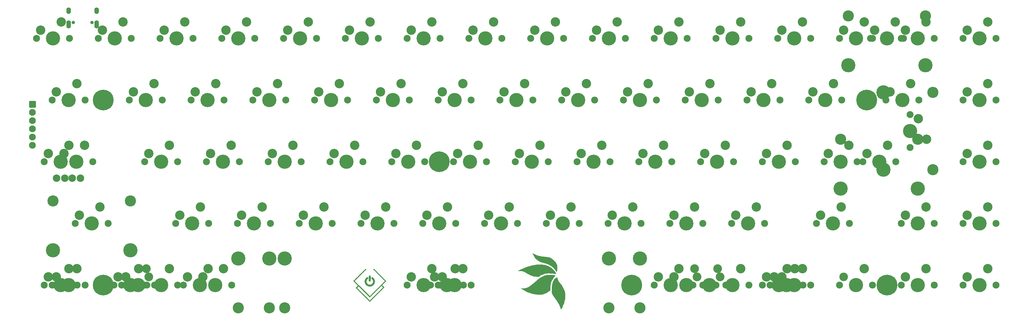
<source format=gbr>
G04 #@! TF.GenerationSoftware,KiCad,Pcbnew,(5.1.10)-1*
G04 #@! TF.CreationDate,2021-07-14T14:22:32+07:00*
G04 #@! TF.ProjectId,uso!VNC,75736f21-564e-4432-9e6b-696361645f70,rev?*
G04 #@! TF.SameCoordinates,Original*
G04 #@! TF.FileFunction,Soldermask,Top*
G04 #@! TF.FilePolarity,Negative*
%FSLAX46Y46*%
G04 Gerber Fmt 4.6, Leading zero omitted, Abs format (unit mm)*
G04 Created by KiCad (PCBNEW (5.1.10)-1) date 2021-07-14 14:22:32*
%MOMM*%
%LPD*%
G01*
G04 APERTURE LIST*
%ADD10C,0.010000*%
%ADD11C,2.900000*%
%ADD12C,4.387800*%
%ADD13C,2.150000*%
%ADD14C,2.700000*%
%ADD15C,3.448000*%
%ADD16C,2.305000*%
%ADD17O,1.400000X2.000000*%
%ADD18O,1.400000X2.500000*%
%ADD19C,1.050000*%
%ADD20C,2.100000*%
%ADD21C,1.400000*%
%ADD22C,6.400000*%
%ADD23C,2.650000*%
G04 APERTURE END LIST*
D10*
G36*
X212569199Y-111949446D02*
G01*
X212579907Y-111973924D01*
X212598203Y-112028271D01*
X212621580Y-112104608D01*
X212647534Y-112195054D01*
X212649167Y-112200932D01*
X212745287Y-112509849D01*
X212852837Y-112783479D01*
X212972872Y-113024208D01*
X213106450Y-113234425D01*
X213106553Y-113234568D01*
X213149225Y-113290867D01*
X213210994Y-113368344D01*
X213285177Y-113458808D01*
X213365093Y-113554069D01*
X213410932Y-113607701D01*
X213624847Y-113864690D01*
X213813182Y-114110742D01*
X213982709Y-114356111D01*
X214140199Y-114611051D01*
X214292422Y-114885815D01*
X214417375Y-115131701D01*
X214550620Y-115409844D01*
X214663486Y-115662074D01*
X214757917Y-115894554D01*
X214835857Y-116113447D01*
X214899248Y-116324913D01*
X214950035Y-116535116D01*
X214990161Y-116750216D01*
X215021568Y-116976376D01*
X215033595Y-117085547D01*
X215042826Y-117215978D01*
X215047613Y-117375347D01*
X215048192Y-117553797D01*
X215044795Y-117741469D01*
X215037656Y-117928505D01*
X215027009Y-118105049D01*
X215013088Y-118261242D01*
X215003967Y-118336009D01*
X214918620Y-118830803D01*
X214798119Y-119335824D01*
X214643714Y-119847095D01*
X214456655Y-120360639D01*
X214238193Y-120872476D01*
X214144449Y-121071393D01*
X214071209Y-121219780D01*
X214000895Y-121356706D01*
X213935536Y-121478660D01*
X213877163Y-121582133D01*
X213827807Y-121663615D01*
X213789497Y-121719594D01*
X213764263Y-121746561D01*
X213754876Y-121744946D01*
X213745927Y-121717044D01*
X213727664Y-121658970D01*
X213702329Y-121577884D01*
X213672159Y-121480943D01*
X213654200Y-121423086D01*
X213555770Y-121120775D01*
X213452274Y-120834568D01*
X213341246Y-120559898D01*
X213220221Y-120292203D01*
X213086733Y-120026918D01*
X212938315Y-119759477D01*
X212772502Y-119485317D01*
X212586828Y-119199872D01*
X212378827Y-118898580D01*
X212146033Y-118576874D01*
X212038192Y-118431792D01*
X211904804Y-118253234D01*
X211792284Y-118101641D01*
X211697779Y-117972926D01*
X211618436Y-117863000D01*
X211551402Y-117767775D01*
X211493824Y-117683164D01*
X211442849Y-117605077D01*
X211395625Y-117529427D01*
X211349299Y-117452125D01*
X211322190Y-117405737D01*
X211165290Y-117100334D01*
X211044707Y-116786290D01*
X210994567Y-116613993D01*
X210939237Y-116401701D01*
X210940664Y-115766701D01*
X210942591Y-115512645D01*
X210947536Y-115289657D01*
X210956077Y-115089802D01*
X210968793Y-114905148D01*
X210986264Y-114727761D01*
X211009070Y-114549708D01*
X211037788Y-114363056D01*
X211047288Y-114306285D01*
X211125019Y-113915499D01*
X211219762Y-113557121D01*
X211331264Y-113231660D01*
X211459274Y-112939624D01*
X211603538Y-112681523D01*
X211763804Y-112457865D01*
X211939819Y-112269158D01*
X212131331Y-112115911D01*
X212137426Y-112111790D01*
X212212833Y-112066360D01*
X212297037Y-112023987D01*
X212382052Y-111987676D01*
X212459892Y-111960429D01*
X212522570Y-111945248D01*
X212562100Y-111945137D01*
X212569199Y-111949446D01*
G37*
X212569199Y-111949446D02*
X212579907Y-111973924D01*
X212598203Y-112028271D01*
X212621580Y-112104608D01*
X212647534Y-112195054D01*
X212649167Y-112200932D01*
X212745287Y-112509849D01*
X212852837Y-112783479D01*
X212972872Y-113024208D01*
X213106450Y-113234425D01*
X213106553Y-113234568D01*
X213149225Y-113290867D01*
X213210994Y-113368344D01*
X213285177Y-113458808D01*
X213365093Y-113554069D01*
X213410932Y-113607701D01*
X213624847Y-113864690D01*
X213813182Y-114110742D01*
X213982709Y-114356111D01*
X214140199Y-114611051D01*
X214292422Y-114885815D01*
X214417375Y-115131701D01*
X214550620Y-115409844D01*
X214663486Y-115662074D01*
X214757917Y-115894554D01*
X214835857Y-116113447D01*
X214899248Y-116324913D01*
X214950035Y-116535116D01*
X214990161Y-116750216D01*
X215021568Y-116976376D01*
X215033595Y-117085547D01*
X215042826Y-117215978D01*
X215047613Y-117375347D01*
X215048192Y-117553797D01*
X215044795Y-117741469D01*
X215037656Y-117928505D01*
X215027009Y-118105049D01*
X215013088Y-118261242D01*
X215003967Y-118336009D01*
X214918620Y-118830803D01*
X214798119Y-119335824D01*
X214643714Y-119847095D01*
X214456655Y-120360639D01*
X214238193Y-120872476D01*
X214144449Y-121071393D01*
X214071209Y-121219780D01*
X214000895Y-121356706D01*
X213935536Y-121478660D01*
X213877163Y-121582133D01*
X213827807Y-121663615D01*
X213789497Y-121719594D01*
X213764263Y-121746561D01*
X213754876Y-121744946D01*
X213745927Y-121717044D01*
X213727664Y-121658970D01*
X213702329Y-121577884D01*
X213672159Y-121480943D01*
X213654200Y-121423086D01*
X213555770Y-121120775D01*
X213452274Y-120834568D01*
X213341246Y-120559898D01*
X213220221Y-120292203D01*
X213086733Y-120026918D01*
X212938315Y-119759477D01*
X212772502Y-119485317D01*
X212586828Y-119199872D01*
X212378827Y-118898580D01*
X212146033Y-118576874D01*
X212038192Y-118431792D01*
X211904804Y-118253234D01*
X211792284Y-118101641D01*
X211697779Y-117972926D01*
X211618436Y-117863000D01*
X211551402Y-117767775D01*
X211493824Y-117683164D01*
X211442849Y-117605077D01*
X211395625Y-117529427D01*
X211349299Y-117452125D01*
X211322190Y-117405737D01*
X211165290Y-117100334D01*
X211044707Y-116786290D01*
X210994567Y-116613993D01*
X210939237Y-116401701D01*
X210940664Y-115766701D01*
X210942591Y-115512645D01*
X210947536Y-115289657D01*
X210956077Y-115089802D01*
X210968793Y-114905148D01*
X210986264Y-114727761D01*
X211009070Y-114549708D01*
X211037788Y-114363056D01*
X211047288Y-114306285D01*
X211125019Y-113915499D01*
X211219762Y-113557121D01*
X211331264Y-113231660D01*
X211459274Y-112939624D01*
X211603538Y-112681523D01*
X211763804Y-112457865D01*
X211939819Y-112269158D01*
X212131331Y-112115911D01*
X212137426Y-112111790D01*
X212212833Y-112066360D01*
X212297037Y-112023987D01*
X212382052Y-111987676D01*
X212459892Y-111960429D01*
X212522570Y-111945248D01*
X212562100Y-111945137D01*
X212569199Y-111949446D01*
G36*
X210575965Y-111120285D02*
G01*
X210841849Y-111129820D01*
X211103568Y-111147425D01*
X211352664Y-111172998D01*
X211457007Y-111186880D01*
X211542412Y-111200344D01*
X211639233Y-111217505D01*
X211739543Y-111236723D01*
X211835420Y-111256360D01*
X211918938Y-111274774D01*
X211982174Y-111290328D01*
X212017203Y-111301381D01*
X212021028Y-111303576D01*
X212011386Y-111319499D01*
X211979870Y-111358299D01*
X211931289Y-111414299D01*
X211870449Y-111481827D01*
X211864721Y-111488074D01*
X211626252Y-111769847D01*
X211398695Y-112081862D01*
X211187115Y-112415721D01*
X210996579Y-112763031D01*
X210832154Y-113115394D01*
X210736054Y-113358501D01*
X210608289Y-113759078D01*
X210510794Y-114174144D01*
X210444687Y-114596152D01*
X210411083Y-115017559D01*
X210411100Y-115430818D01*
X210415886Y-115522470D01*
X210423642Y-115639165D01*
X210427880Y-115726544D01*
X210425073Y-115792290D01*
X210411694Y-115844087D01*
X210384217Y-115889616D01*
X210339116Y-115936561D01*
X210272863Y-115992604D01*
X210181931Y-116065429D01*
X210157699Y-116084921D01*
X209804340Y-116346838D01*
X209437638Y-116572660D01*
X209055903Y-116763129D01*
X208657443Y-116918986D01*
X208240568Y-117040971D01*
X207803585Y-117129825D01*
X207755795Y-117137366D01*
X207645346Y-117152308D01*
X207528065Y-117163791D01*
X207396333Y-117172280D01*
X207242533Y-117178242D01*
X207059048Y-117182142D01*
X207012007Y-117182794D01*
X206873078Y-117184211D01*
X206743077Y-117184879D01*
X206628408Y-117184815D01*
X206535478Y-117184039D01*
X206470693Y-117182570D01*
X206445391Y-117181126D01*
X205934896Y-117116344D01*
X205435668Y-117025539D01*
X204943130Y-116907299D01*
X204452708Y-116760211D01*
X203959825Y-116582862D01*
X203459906Y-116373839D01*
X202948376Y-116131728D01*
X202794071Y-116053513D01*
X202658045Y-115982471D01*
X202513202Y-115904952D01*
X202370305Y-115826845D01*
X202240119Y-115754036D01*
X202133407Y-115692414D01*
X202127391Y-115688847D01*
X202031421Y-115630729D01*
X201928505Y-115566508D01*
X201823692Y-115499550D01*
X201722031Y-115433220D01*
X201628570Y-115370883D01*
X201548359Y-115315905D01*
X201486448Y-115271653D01*
X201447884Y-115241490D01*
X201437462Y-115228963D01*
X201458313Y-115229256D01*
X201505017Y-115236673D01*
X201541253Y-115243998D01*
X201588629Y-115250080D01*
X201668154Y-115255588D01*
X201772901Y-115260249D01*
X201895944Y-115263788D01*
X202030355Y-115265931D01*
X202107853Y-115266418D01*
X202298098Y-115265543D01*
X202457987Y-115260956D01*
X202596159Y-115251409D01*
X202721259Y-115235654D01*
X202841926Y-115212443D01*
X202966804Y-115180528D01*
X203104534Y-115138662D01*
X203192237Y-115109822D01*
X203379289Y-115041424D01*
X203565580Y-114961218D01*
X203753798Y-114867362D01*
X203946629Y-114758012D01*
X204146757Y-114631325D01*
X204356868Y-114485459D01*
X204579649Y-114318571D01*
X204817784Y-114128817D01*
X205073961Y-113914355D01*
X205350863Y-113673343D01*
X205566160Y-113480908D01*
X205745573Y-113320176D01*
X205925634Y-113161041D01*
X206101517Y-113007650D01*
X206268401Y-112864150D01*
X206421460Y-112734686D01*
X206555870Y-112623406D01*
X206666808Y-112534455D01*
X206671771Y-112530576D01*
X207038850Y-112256362D01*
X207395009Y-112016208D01*
X207744494Y-111808160D01*
X208091551Y-111630263D01*
X208440429Y-111480565D01*
X208795372Y-111357110D01*
X209160628Y-111257945D01*
X209540443Y-111181116D01*
X209639930Y-111164895D01*
X209837898Y-111141126D01*
X210065532Y-111125835D01*
X210314374Y-111118923D01*
X210575965Y-111120285D01*
G37*
X210575965Y-111120285D02*
X210841849Y-111129820D01*
X211103568Y-111147425D01*
X211352664Y-111172998D01*
X211457007Y-111186880D01*
X211542412Y-111200344D01*
X211639233Y-111217505D01*
X211739543Y-111236723D01*
X211835420Y-111256360D01*
X211918938Y-111274774D01*
X211982174Y-111290328D01*
X212017203Y-111301381D01*
X212021028Y-111303576D01*
X212011386Y-111319499D01*
X211979870Y-111358299D01*
X211931289Y-111414299D01*
X211870449Y-111481827D01*
X211864721Y-111488074D01*
X211626252Y-111769847D01*
X211398695Y-112081862D01*
X211187115Y-112415721D01*
X210996579Y-112763031D01*
X210832154Y-113115394D01*
X210736054Y-113358501D01*
X210608289Y-113759078D01*
X210510794Y-114174144D01*
X210444687Y-114596152D01*
X210411083Y-115017559D01*
X210411100Y-115430818D01*
X210415886Y-115522470D01*
X210423642Y-115639165D01*
X210427880Y-115726544D01*
X210425073Y-115792290D01*
X210411694Y-115844087D01*
X210384217Y-115889616D01*
X210339116Y-115936561D01*
X210272863Y-115992604D01*
X210181931Y-116065429D01*
X210157699Y-116084921D01*
X209804340Y-116346838D01*
X209437638Y-116572660D01*
X209055903Y-116763129D01*
X208657443Y-116918986D01*
X208240568Y-117040971D01*
X207803585Y-117129825D01*
X207755795Y-117137366D01*
X207645346Y-117152308D01*
X207528065Y-117163791D01*
X207396333Y-117172280D01*
X207242533Y-117178242D01*
X207059048Y-117182142D01*
X207012007Y-117182794D01*
X206873078Y-117184211D01*
X206743077Y-117184879D01*
X206628408Y-117184815D01*
X206535478Y-117184039D01*
X206470693Y-117182570D01*
X206445391Y-117181126D01*
X205934896Y-117116344D01*
X205435668Y-117025539D01*
X204943130Y-116907299D01*
X204452708Y-116760211D01*
X203959825Y-116582862D01*
X203459906Y-116373839D01*
X202948376Y-116131728D01*
X202794071Y-116053513D01*
X202658045Y-115982471D01*
X202513202Y-115904952D01*
X202370305Y-115826845D01*
X202240119Y-115754036D01*
X202133407Y-115692414D01*
X202127391Y-115688847D01*
X202031421Y-115630729D01*
X201928505Y-115566508D01*
X201823692Y-115499550D01*
X201722031Y-115433220D01*
X201628570Y-115370883D01*
X201548359Y-115315905D01*
X201486448Y-115271653D01*
X201447884Y-115241490D01*
X201437462Y-115228963D01*
X201458313Y-115229256D01*
X201505017Y-115236673D01*
X201541253Y-115243998D01*
X201588629Y-115250080D01*
X201668154Y-115255588D01*
X201772901Y-115260249D01*
X201895944Y-115263788D01*
X202030355Y-115265931D01*
X202107853Y-115266418D01*
X202298098Y-115265543D01*
X202457987Y-115260956D01*
X202596159Y-115251409D01*
X202721259Y-115235654D01*
X202841926Y-115212443D01*
X202966804Y-115180528D01*
X203104534Y-115138662D01*
X203192237Y-115109822D01*
X203379289Y-115041424D01*
X203565580Y-114961218D01*
X203753798Y-114867362D01*
X203946629Y-114758012D01*
X204146757Y-114631325D01*
X204356868Y-114485459D01*
X204579649Y-114318571D01*
X204817784Y-114128817D01*
X205073961Y-113914355D01*
X205350863Y-113673343D01*
X205566160Y-113480908D01*
X205745573Y-113320176D01*
X205925634Y-113161041D01*
X206101517Y-113007650D01*
X206268401Y-112864150D01*
X206421460Y-112734686D01*
X206555870Y-112623406D01*
X206666808Y-112534455D01*
X206671771Y-112530576D01*
X207038850Y-112256362D01*
X207395009Y-112016208D01*
X207744494Y-111808160D01*
X208091551Y-111630263D01*
X208440429Y-111480565D01*
X208795372Y-111357110D01*
X209160628Y-111257945D01*
X209540443Y-111181116D01*
X209639930Y-111164895D01*
X209837898Y-111141126D01*
X210065532Y-111125835D01*
X210314374Y-111118923D01*
X210575965Y-111120285D01*
G36*
X207583790Y-107921844D02*
G01*
X207954178Y-107946559D01*
X208301786Y-107986979D01*
X208505302Y-108020421D01*
X208966697Y-108124414D01*
X209406790Y-108261166D01*
X209825617Y-108430699D01*
X210223213Y-108633036D01*
X210599615Y-108868199D01*
X210954859Y-109136210D01*
X211288980Y-109437093D01*
X211602016Y-109770869D01*
X211883216Y-110122925D01*
X211944940Y-110208891D01*
X212009409Y-110302881D01*
X212072718Y-110398706D01*
X212130961Y-110490175D01*
X212180231Y-110571099D01*
X212216625Y-110635286D01*
X212236235Y-110676546D01*
X212238545Y-110686114D01*
X212219825Y-110696267D01*
X212166576Y-110702800D01*
X212083168Y-110705837D01*
X211973970Y-110705503D01*
X211843349Y-110701923D01*
X211695676Y-110695222D01*
X211535319Y-110685525D01*
X211366646Y-110672956D01*
X211194026Y-110657641D01*
X211173699Y-110655669D01*
X210890262Y-110630881D01*
X210609910Y-110612067D01*
X210338329Y-110599357D01*
X210081205Y-110592878D01*
X209844224Y-110592759D01*
X209633071Y-110599129D01*
X209453432Y-110612116D01*
X209417793Y-110615980D01*
X209011086Y-110679788D01*
X208620256Y-110775336D01*
X208241477Y-110904098D01*
X207870921Y-111067548D01*
X207504763Y-111267161D01*
X207174063Y-111480158D01*
X206964889Y-111624547D01*
X206587909Y-111621134D01*
X206463846Y-111619713D01*
X206347282Y-111617832D01*
X206246174Y-111615661D01*
X206168475Y-111613369D01*
X206123007Y-111611192D01*
X206068835Y-111606192D01*
X205987168Y-111597471D01*
X205889270Y-111586274D01*
X205790853Y-111574403D01*
X205502091Y-111531425D01*
X205224230Y-111474527D01*
X204952367Y-111401798D01*
X204681600Y-111311326D01*
X204407025Y-111201199D01*
X204123741Y-111069507D01*
X203826846Y-110914337D01*
X203511436Y-110733778D01*
X203289930Y-110599269D01*
X203038198Y-110446376D01*
X202812397Y-110316108D01*
X202608109Y-110206475D01*
X202420917Y-110115482D01*
X202246406Y-110041136D01*
X202080159Y-109981445D01*
X201917758Y-109934416D01*
X201754789Y-109898055D01*
X201722733Y-109892068D01*
X201574404Y-109872661D01*
X201398821Y-109861803D01*
X201206805Y-109859258D01*
X201009178Y-109864795D01*
X200816763Y-109878179D01*
X200640383Y-109899176D01*
X200535007Y-109917708D01*
X200527272Y-109914279D01*
X200550395Y-109895368D01*
X200600394Y-109863194D01*
X200673290Y-109819977D01*
X200765101Y-109767938D01*
X200871848Y-109709295D01*
X200989549Y-109646268D01*
X201114226Y-109581077D01*
X201241896Y-109515942D01*
X201365391Y-109454641D01*
X201953150Y-109180772D01*
X202547570Y-108930038D01*
X203144550Y-108703731D01*
X203739991Y-108503145D01*
X204329792Y-108329572D01*
X204909851Y-108184304D01*
X205476068Y-108068635D01*
X206024342Y-107983857D01*
X206035083Y-107982488D01*
X206416267Y-107943154D01*
X206806802Y-107920017D01*
X207198653Y-107912955D01*
X207583790Y-107921844D01*
G37*
X207583790Y-107921844D02*
X207954178Y-107946559D01*
X208301786Y-107986979D01*
X208505302Y-108020421D01*
X208966697Y-108124414D01*
X209406790Y-108261166D01*
X209825617Y-108430699D01*
X210223213Y-108633036D01*
X210599615Y-108868199D01*
X210954859Y-109136210D01*
X211288980Y-109437093D01*
X211602016Y-109770869D01*
X211883216Y-110122925D01*
X211944940Y-110208891D01*
X212009409Y-110302881D01*
X212072718Y-110398706D01*
X212130961Y-110490175D01*
X212180231Y-110571099D01*
X212216625Y-110635286D01*
X212236235Y-110676546D01*
X212238545Y-110686114D01*
X212219825Y-110696267D01*
X212166576Y-110702800D01*
X212083168Y-110705837D01*
X211973970Y-110705503D01*
X211843349Y-110701923D01*
X211695676Y-110695222D01*
X211535319Y-110685525D01*
X211366646Y-110672956D01*
X211194026Y-110657641D01*
X211173699Y-110655669D01*
X210890262Y-110630881D01*
X210609910Y-110612067D01*
X210338329Y-110599357D01*
X210081205Y-110592878D01*
X209844224Y-110592759D01*
X209633071Y-110599129D01*
X209453432Y-110612116D01*
X209417793Y-110615980D01*
X209011086Y-110679788D01*
X208620256Y-110775336D01*
X208241477Y-110904098D01*
X207870921Y-111067548D01*
X207504763Y-111267161D01*
X207174063Y-111480158D01*
X206964889Y-111624547D01*
X206587909Y-111621134D01*
X206463846Y-111619713D01*
X206347282Y-111617832D01*
X206246174Y-111615661D01*
X206168475Y-111613369D01*
X206123007Y-111611192D01*
X206068835Y-111606192D01*
X205987168Y-111597471D01*
X205889270Y-111586274D01*
X205790853Y-111574403D01*
X205502091Y-111531425D01*
X205224230Y-111474527D01*
X204952367Y-111401798D01*
X204681600Y-111311326D01*
X204407025Y-111201199D01*
X204123741Y-111069507D01*
X203826846Y-110914337D01*
X203511436Y-110733778D01*
X203289930Y-110599269D01*
X203038198Y-110446376D01*
X202812397Y-110316108D01*
X202608109Y-110206475D01*
X202420917Y-110115482D01*
X202246406Y-110041136D01*
X202080159Y-109981445D01*
X201917758Y-109934416D01*
X201754789Y-109898055D01*
X201722733Y-109892068D01*
X201574404Y-109872661D01*
X201398821Y-109861803D01*
X201206805Y-109859258D01*
X201009178Y-109864795D01*
X200816763Y-109878179D01*
X200640383Y-109899176D01*
X200535007Y-109917708D01*
X200527272Y-109914279D01*
X200550395Y-109895368D01*
X200600394Y-109863194D01*
X200673290Y-109819977D01*
X200765101Y-109767938D01*
X200871848Y-109709295D01*
X200989549Y-109646268D01*
X201114226Y-109581077D01*
X201241896Y-109515942D01*
X201365391Y-109454641D01*
X201953150Y-109180772D01*
X202547570Y-108930038D01*
X203144550Y-108703731D01*
X203739991Y-108503145D01*
X204329792Y-108329572D01*
X204909851Y-108184304D01*
X205476068Y-108068635D01*
X206024342Y-107983857D01*
X206035083Y-107982488D01*
X206416267Y-107943154D01*
X206806802Y-107920017D01*
X207198653Y-107912955D01*
X207583790Y-107921844D01*
G36*
X205045572Y-104467673D02*
G01*
X205092633Y-104489543D01*
X205165389Y-104524340D01*
X205259194Y-104569828D01*
X205369402Y-104623769D01*
X205473353Y-104675014D01*
X205760292Y-104812923D01*
X206031662Y-104934321D01*
X206292803Y-105040586D01*
X206549053Y-105133097D01*
X206805752Y-105213231D01*
X207068240Y-105282367D01*
X207341856Y-105341883D01*
X207631940Y-105393158D01*
X207943830Y-105437570D01*
X208282866Y-105476498D01*
X208654388Y-105511319D01*
X208741160Y-105518578D01*
X209034823Y-105544873D01*
X209294248Y-105573207D01*
X209524263Y-105604649D01*
X209729694Y-105640272D01*
X209915370Y-105681146D01*
X210086116Y-105728344D01*
X210246760Y-105782936D01*
X210402130Y-105845995D01*
X210557053Y-105918591D01*
X210568007Y-105924058D01*
X210768816Y-106032299D01*
X210956403Y-106150450D01*
X211138382Y-106284209D01*
X211322371Y-106439275D01*
X211515987Y-106621348D01*
X211565403Y-106670368D01*
X211815160Y-106934775D01*
X212028667Y-107193342D01*
X212206987Y-107449629D01*
X212351183Y-107707197D01*
X212462319Y-107969608D01*
X212541458Y-108240422D01*
X212589662Y-108523201D01*
X212607996Y-108821506D01*
X212597522Y-109138898D01*
X212559303Y-109478938D01*
X212502026Y-109807470D01*
X212476453Y-109939145D01*
X212457014Y-110034372D01*
X212439654Y-110094426D01*
X212420322Y-110120586D01*
X212394964Y-110114127D01*
X212359528Y-110076328D01*
X212309960Y-110008465D01*
X212242208Y-109911816D01*
X212229179Y-109893443D01*
X211966514Y-109539587D01*
X211706785Y-109221589D01*
X211446944Y-108936690D01*
X211183943Y-108682131D01*
X210914734Y-108455155D01*
X210636270Y-108253002D01*
X210345502Y-108072915D01*
X210040468Y-107912660D01*
X209914961Y-107853533D01*
X209792082Y-107799184D01*
X209667106Y-107748016D01*
X209535307Y-107698434D01*
X209391963Y-107648843D01*
X209232347Y-107597647D01*
X209051735Y-107543250D01*
X208845403Y-107484056D01*
X208608627Y-107418471D01*
X208448083Y-107374876D01*
X208212778Y-107310646D01*
X208010423Y-107253657D01*
X207835938Y-107202165D01*
X207684244Y-107154426D01*
X207550259Y-107108697D01*
X207428905Y-107063236D01*
X207315101Y-107016299D01*
X207203766Y-106966143D01*
X207089822Y-106911025D01*
X207075563Y-106903910D01*
X206818351Y-106763171D01*
X206584926Y-106608615D01*
X206364393Y-106432277D01*
X206145858Y-106226192D01*
X206138788Y-106219029D01*
X205914835Y-105974734D01*
X205709374Y-105714104D01*
X205517992Y-105430814D01*
X205336276Y-105118539D01*
X205233418Y-104921342D01*
X205191635Y-104836096D01*
X205148558Y-104744716D01*
X205107549Y-104654771D01*
X205071973Y-104573831D01*
X205045193Y-104509463D01*
X205030570Y-104469237D01*
X205028853Y-104460968D01*
X205045572Y-104467673D01*
G37*
X205045572Y-104467673D02*
X205092633Y-104489543D01*
X205165389Y-104524340D01*
X205259194Y-104569828D01*
X205369402Y-104623769D01*
X205473353Y-104675014D01*
X205760292Y-104812923D01*
X206031662Y-104934321D01*
X206292803Y-105040586D01*
X206549053Y-105133097D01*
X206805752Y-105213231D01*
X207068240Y-105282367D01*
X207341856Y-105341883D01*
X207631940Y-105393158D01*
X207943830Y-105437570D01*
X208282866Y-105476498D01*
X208654388Y-105511319D01*
X208741160Y-105518578D01*
X209034823Y-105544873D01*
X209294248Y-105573207D01*
X209524263Y-105604649D01*
X209729694Y-105640272D01*
X209915370Y-105681146D01*
X210086116Y-105728344D01*
X210246760Y-105782936D01*
X210402130Y-105845995D01*
X210557053Y-105918591D01*
X210568007Y-105924058D01*
X210768816Y-106032299D01*
X210956403Y-106150450D01*
X211138382Y-106284209D01*
X211322371Y-106439275D01*
X211515987Y-106621348D01*
X211565403Y-106670368D01*
X211815160Y-106934775D01*
X212028667Y-107193342D01*
X212206987Y-107449629D01*
X212351183Y-107707197D01*
X212462319Y-107969608D01*
X212541458Y-108240422D01*
X212589662Y-108523201D01*
X212607996Y-108821506D01*
X212597522Y-109138898D01*
X212559303Y-109478938D01*
X212502026Y-109807470D01*
X212476453Y-109939145D01*
X212457014Y-110034372D01*
X212439654Y-110094426D01*
X212420322Y-110120586D01*
X212394964Y-110114127D01*
X212359528Y-110076328D01*
X212309960Y-110008465D01*
X212242208Y-109911816D01*
X212229179Y-109893443D01*
X211966514Y-109539587D01*
X211706785Y-109221589D01*
X211446944Y-108936690D01*
X211183943Y-108682131D01*
X210914734Y-108455155D01*
X210636270Y-108253002D01*
X210345502Y-108072915D01*
X210040468Y-107912660D01*
X209914961Y-107853533D01*
X209792082Y-107799184D01*
X209667106Y-107748016D01*
X209535307Y-107698434D01*
X209391963Y-107648843D01*
X209232347Y-107597647D01*
X209051735Y-107543250D01*
X208845403Y-107484056D01*
X208608627Y-107418471D01*
X208448083Y-107374876D01*
X208212778Y-107310646D01*
X208010423Y-107253657D01*
X207835938Y-107202165D01*
X207684244Y-107154426D01*
X207550259Y-107108697D01*
X207428905Y-107063236D01*
X207315101Y-107016299D01*
X207203766Y-106966143D01*
X207089822Y-106911025D01*
X207075563Y-106903910D01*
X206818351Y-106763171D01*
X206584926Y-106608615D01*
X206364393Y-106432277D01*
X206145858Y-106226192D01*
X206138788Y-106219029D01*
X205914835Y-105974734D01*
X205709374Y-105714104D01*
X205517992Y-105430814D01*
X205336276Y-105118539D01*
X205233418Y-104921342D01*
X205191635Y-104836096D01*
X205148558Y-104744716D01*
X205107549Y-104654771D01*
X205071973Y-104573831D01*
X205045193Y-104509463D01*
X205030570Y-104469237D01*
X205028853Y-104460968D01*
X205045572Y-104467673D01*
G36*
X154830613Y-111340484D02*
G01*
X154872520Y-111351943D01*
X154883780Y-111356503D01*
X154926914Y-111381123D01*
X154965413Y-111414006D01*
X154997300Y-111452979D01*
X155020599Y-111495867D01*
X155027277Y-111514295D01*
X155029008Y-111520131D01*
X155030556Y-111526239D01*
X155031930Y-111533258D01*
X155033141Y-111541826D01*
X155034199Y-111552583D01*
X155035113Y-111566167D01*
X155035895Y-111583218D01*
X155036554Y-111604374D01*
X155037101Y-111630275D01*
X155037545Y-111661560D01*
X155037896Y-111698867D01*
X155038165Y-111742835D01*
X155038363Y-111794104D01*
X155038498Y-111853313D01*
X155038582Y-111921100D01*
X155038623Y-111998104D01*
X155038634Y-112084966D01*
X155038623Y-112182322D01*
X155038614Y-112228660D01*
X155038543Y-112337409D01*
X155038379Y-112438105D01*
X155038124Y-112530420D01*
X155037781Y-112614031D01*
X155037353Y-112688612D01*
X155036843Y-112753839D01*
X155036252Y-112809386D01*
X155035584Y-112854930D01*
X155034842Y-112890144D01*
X155034027Y-112914705D01*
X155033144Y-112928286D01*
X155032824Y-112930362D01*
X155019152Y-112971143D01*
X154996971Y-113009406D01*
X154968867Y-113043435D01*
X154937640Y-113073499D01*
X154907168Y-113095160D01*
X154874029Y-113110642D01*
X154856493Y-113116436D01*
X154823688Y-113122902D01*
X154785908Y-113125287D01*
X154747794Y-113123641D01*
X154713992Y-113118010D01*
X154703212Y-113114826D01*
X154656060Y-113092693D01*
X154614426Y-113061515D01*
X154579586Y-113022841D01*
X154552821Y-112978223D01*
X154535410Y-112929212D01*
X154530928Y-112905867D01*
X154530039Y-112893772D01*
X154529225Y-112871184D01*
X154528486Y-112839017D01*
X154527822Y-112798186D01*
X154527233Y-112749605D01*
X154526719Y-112694188D01*
X154526279Y-112632850D01*
X154525914Y-112566505D01*
X154525623Y-112496068D01*
X154525407Y-112422452D01*
X154525265Y-112346572D01*
X154525198Y-112269342D01*
X154525205Y-112191677D01*
X154525286Y-112114492D01*
X154525441Y-112038699D01*
X154525670Y-111965215D01*
X154525974Y-111894952D01*
X154526351Y-111828826D01*
X154526803Y-111767751D01*
X154527328Y-111712641D01*
X154527927Y-111664410D01*
X154528600Y-111623973D01*
X154529346Y-111592244D01*
X154530166Y-111570138D01*
X154531023Y-111558811D01*
X154543968Y-111507336D01*
X154566681Y-111460371D01*
X154598011Y-111419094D01*
X154636805Y-111384687D01*
X154681911Y-111358329D01*
X154732179Y-111341200D01*
X154746157Y-111338368D01*
X154786826Y-111335740D01*
X154830613Y-111340484D01*
G37*
X154830613Y-111340484D02*
X154872520Y-111351943D01*
X154883780Y-111356503D01*
X154926914Y-111381123D01*
X154965413Y-111414006D01*
X154997300Y-111452979D01*
X155020599Y-111495867D01*
X155027277Y-111514295D01*
X155029008Y-111520131D01*
X155030556Y-111526239D01*
X155031930Y-111533258D01*
X155033141Y-111541826D01*
X155034199Y-111552583D01*
X155035113Y-111566167D01*
X155035895Y-111583218D01*
X155036554Y-111604374D01*
X155037101Y-111630275D01*
X155037545Y-111661560D01*
X155037896Y-111698867D01*
X155038165Y-111742835D01*
X155038363Y-111794104D01*
X155038498Y-111853313D01*
X155038582Y-111921100D01*
X155038623Y-111998104D01*
X155038634Y-112084966D01*
X155038623Y-112182322D01*
X155038614Y-112228660D01*
X155038543Y-112337409D01*
X155038379Y-112438105D01*
X155038124Y-112530420D01*
X155037781Y-112614031D01*
X155037353Y-112688612D01*
X155036843Y-112753839D01*
X155036252Y-112809386D01*
X155035584Y-112854930D01*
X155034842Y-112890144D01*
X155034027Y-112914705D01*
X155033144Y-112928286D01*
X155032824Y-112930362D01*
X155019152Y-112971143D01*
X154996971Y-113009406D01*
X154968867Y-113043435D01*
X154937640Y-113073499D01*
X154907168Y-113095160D01*
X154874029Y-113110642D01*
X154856493Y-113116436D01*
X154823688Y-113122902D01*
X154785908Y-113125287D01*
X154747794Y-113123641D01*
X154713992Y-113118010D01*
X154703212Y-113114826D01*
X154656060Y-113092693D01*
X154614426Y-113061515D01*
X154579586Y-113022841D01*
X154552821Y-112978223D01*
X154535410Y-112929212D01*
X154530928Y-112905867D01*
X154530039Y-112893772D01*
X154529225Y-112871184D01*
X154528486Y-112839017D01*
X154527822Y-112798186D01*
X154527233Y-112749605D01*
X154526719Y-112694188D01*
X154526279Y-112632850D01*
X154525914Y-112566505D01*
X154525623Y-112496068D01*
X154525407Y-112422452D01*
X154525265Y-112346572D01*
X154525198Y-112269342D01*
X154525205Y-112191677D01*
X154525286Y-112114492D01*
X154525441Y-112038699D01*
X154525670Y-111965215D01*
X154525974Y-111894952D01*
X154526351Y-111828826D01*
X154526803Y-111767751D01*
X154527328Y-111712641D01*
X154527927Y-111664410D01*
X154528600Y-111623973D01*
X154529346Y-111592244D01*
X154530166Y-111570138D01*
X154531023Y-111558811D01*
X154543968Y-111507336D01*
X154566681Y-111460371D01*
X154598011Y-111419094D01*
X154636805Y-111384687D01*
X154681911Y-111358329D01*
X154732179Y-111341200D01*
X154746157Y-111338368D01*
X154786826Y-111335740D01*
X154830613Y-111340484D01*
G36*
X155611558Y-111856542D02*
G01*
X155659734Y-111873784D01*
X155684824Y-111888054D01*
X155715937Y-111909624D01*
X155751534Y-111937241D01*
X155790076Y-111969652D01*
X155830024Y-112005606D01*
X155869841Y-112043847D01*
X155875229Y-112049225D01*
X155945165Y-112123234D01*
X156006499Y-112196927D01*
X156061335Y-112273229D01*
X156111773Y-112355067D01*
X156159915Y-112445367D01*
X156160332Y-112446202D01*
X156213440Y-112565322D01*
X156255910Y-112688046D01*
X156287667Y-112813653D01*
X156308635Y-112941419D01*
X156318740Y-113070622D01*
X156317906Y-113200538D01*
X156306058Y-113330446D01*
X156283122Y-113459622D01*
X156270832Y-113510901D01*
X156239533Y-113614261D01*
X156198872Y-113719368D01*
X156150094Y-113823744D01*
X156094443Y-113924914D01*
X156033163Y-114020399D01*
X155977007Y-114095957D01*
X155950096Y-114127757D01*
X155916736Y-114164234D01*
X155879387Y-114202930D01*
X155840510Y-114241384D01*
X155802565Y-114277136D01*
X155768011Y-114307725D01*
X155752237Y-114320746D01*
X155659467Y-114388926D01*
X155559547Y-114451410D01*
X155454516Y-114507227D01*
X155346413Y-114555407D01*
X155237276Y-114594981D01*
X155129144Y-114624978D01*
X155098686Y-114631661D01*
X155020915Y-114645285D01*
X154938290Y-114655447D01*
X154854349Y-114661900D01*
X154772625Y-114664401D01*
X154696656Y-114662704D01*
X154672977Y-114661144D01*
X154552696Y-114647078D01*
X154435226Y-114623721D01*
X154320905Y-114591615D01*
X154196287Y-114545951D01*
X154077561Y-114490742D01*
X153965105Y-114426438D01*
X153859297Y-114353489D01*
X153760517Y-114272348D01*
X153669143Y-114183465D01*
X153585554Y-114087289D01*
X153510127Y-113984273D01*
X153443243Y-113874867D01*
X153385278Y-113759522D01*
X153336612Y-113638688D01*
X153297624Y-113512816D01*
X153268691Y-113382357D01*
X153259910Y-113328249D01*
X153255315Y-113286818D01*
X153252066Y-113236905D01*
X153250164Y-113181366D01*
X153249610Y-113123055D01*
X153250405Y-113064828D01*
X153252548Y-113009539D01*
X153256042Y-112960044D01*
X153259816Y-112926486D01*
X153283725Y-112794769D01*
X153318255Y-112666629D01*
X153363173Y-112542623D01*
X153418244Y-112423310D01*
X153483236Y-112309247D01*
X153557913Y-112200991D01*
X153571075Y-112183822D01*
X153602656Y-112145395D01*
X153638910Y-112104951D01*
X153678386Y-112063826D01*
X153719635Y-112023355D01*
X153761206Y-111984874D01*
X153801649Y-111949719D01*
X153839515Y-111919225D01*
X153873354Y-111894728D01*
X153901715Y-111877563D01*
X153905742Y-111875541D01*
X153955392Y-111857576D01*
X154006894Y-111850193D01*
X154058504Y-111853217D01*
X154108480Y-111866475D01*
X154155080Y-111889796D01*
X154172552Y-111902031D01*
X154197081Y-111925197D01*
X154221180Y-111955533D01*
X154242059Y-111989044D01*
X154256926Y-112021731D01*
X154257709Y-112024002D01*
X154267996Y-112071472D01*
X154268842Y-112121830D01*
X154260641Y-112172170D01*
X154243784Y-112219581D01*
X154227300Y-112249086D01*
X154214287Y-112265386D01*
X154195378Y-112285007D01*
X154173920Y-112304563D01*
X154165804Y-112311266D01*
X154133315Y-112338878D01*
X154097350Y-112372206D01*
X154060090Y-112408995D01*
X154023712Y-112446989D01*
X153990394Y-112483932D01*
X153962315Y-112517570D01*
X153947108Y-112537710D01*
X153898967Y-112613353D01*
X153856113Y-112696549D01*
X153819901Y-112784133D01*
X153791685Y-112872943D01*
X153777364Y-112934407D01*
X153769668Y-112984401D01*
X153764295Y-113041681D01*
X153761394Y-113102328D01*
X153761116Y-113162421D01*
X153763611Y-113218041D01*
X153765663Y-113240427D01*
X153782826Y-113345207D01*
X153810848Y-113447174D01*
X153849366Y-113545596D01*
X153898014Y-113639738D01*
X153956428Y-113728865D01*
X154024243Y-113812245D01*
X154076875Y-113866570D01*
X154155050Y-113934019D01*
X154240840Y-113993837D01*
X154332746Y-114045267D01*
X154429268Y-114087550D01*
X154528906Y-114119927D01*
X154616371Y-114139346D01*
X154650768Y-114143866D01*
X154693125Y-114147167D01*
X154740451Y-114149220D01*
X154789752Y-114149994D01*
X154838036Y-114149460D01*
X154882311Y-114147589D01*
X154919584Y-114144352D01*
X154933158Y-114142460D01*
X155040008Y-114119547D01*
X155142674Y-114086450D01*
X155240498Y-114043603D01*
X155332822Y-113991443D01*
X155418987Y-113930405D01*
X155498335Y-113860923D01*
X155570208Y-113783434D01*
X155633946Y-113698372D01*
X155655369Y-113665013D01*
X155675072Y-113630578D01*
X155696369Y-113589363D01*
X155717449Y-113545202D01*
X155736499Y-113501930D01*
X155751709Y-113463383D01*
X155754986Y-113454098D01*
X155783428Y-113353339D01*
X155801060Y-113250305D01*
X155807990Y-113146051D01*
X155804324Y-113041637D01*
X155790171Y-112938118D01*
X155765639Y-112836554D01*
X155730834Y-112738000D01*
X155685866Y-112643516D01*
X155669466Y-112614515D01*
X155623574Y-112542655D01*
X155573824Y-112477281D01*
X155518029Y-112415849D01*
X155454001Y-112355814D01*
X155427958Y-112333588D01*
X155402992Y-112312043D01*
X155379537Y-112290510D01*
X155359863Y-112271162D01*
X155346241Y-112256171D01*
X155343912Y-112253175D01*
X155321216Y-112213622D01*
X155305694Y-112168248D01*
X155298004Y-112120415D01*
X155298805Y-112073488D01*
X155303570Y-112047424D01*
X155321861Y-111996816D01*
X155348430Y-111952630D01*
X155382023Y-111915475D01*
X155421390Y-111885963D01*
X155465279Y-111864704D01*
X155512438Y-111852307D01*
X155561615Y-111849383D01*
X155611558Y-111856542D01*
G37*
X155611558Y-111856542D02*
X155659734Y-111873784D01*
X155684824Y-111888054D01*
X155715937Y-111909624D01*
X155751534Y-111937241D01*
X155790076Y-111969652D01*
X155830024Y-112005606D01*
X155869841Y-112043847D01*
X155875229Y-112049225D01*
X155945165Y-112123234D01*
X156006499Y-112196927D01*
X156061335Y-112273229D01*
X156111773Y-112355067D01*
X156159915Y-112445367D01*
X156160332Y-112446202D01*
X156213440Y-112565322D01*
X156255910Y-112688046D01*
X156287667Y-112813653D01*
X156308635Y-112941419D01*
X156318740Y-113070622D01*
X156317906Y-113200538D01*
X156306058Y-113330446D01*
X156283122Y-113459622D01*
X156270832Y-113510901D01*
X156239533Y-113614261D01*
X156198872Y-113719368D01*
X156150094Y-113823744D01*
X156094443Y-113924914D01*
X156033163Y-114020399D01*
X155977007Y-114095957D01*
X155950096Y-114127757D01*
X155916736Y-114164234D01*
X155879387Y-114202930D01*
X155840510Y-114241384D01*
X155802565Y-114277136D01*
X155768011Y-114307725D01*
X155752237Y-114320746D01*
X155659467Y-114388926D01*
X155559547Y-114451410D01*
X155454516Y-114507227D01*
X155346413Y-114555407D01*
X155237276Y-114594981D01*
X155129144Y-114624978D01*
X155098686Y-114631661D01*
X155020915Y-114645285D01*
X154938290Y-114655447D01*
X154854349Y-114661900D01*
X154772625Y-114664401D01*
X154696656Y-114662704D01*
X154672977Y-114661144D01*
X154552696Y-114647078D01*
X154435226Y-114623721D01*
X154320905Y-114591615D01*
X154196287Y-114545951D01*
X154077561Y-114490742D01*
X153965105Y-114426438D01*
X153859297Y-114353489D01*
X153760517Y-114272348D01*
X153669143Y-114183465D01*
X153585554Y-114087289D01*
X153510127Y-113984273D01*
X153443243Y-113874867D01*
X153385278Y-113759522D01*
X153336612Y-113638688D01*
X153297624Y-113512816D01*
X153268691Y-113382357D01*
X153259910Y-113328249D01*
X153255315Y-113286818D01*
X153252066Y-113236905D01*
X153250164Y-113181366D01*
X153249610Y-113123055D01*
X153250405Y-113064828D01*
X153252548Y-113009539D01*
X153256042Y-112960044D01*
X153259816Y-112926486D01*
X153283725Y-112794769D01*
X153318255Y-112666629D01*
X153363173Y-112542623D01*
X153418244Y-112423310D01*
X153483236Y-112309247D01*
X153557913Y-112200991D01*
X153571075Y-112183822D01*
X153602656Y-112145395D01*
X153638910Y-112104951D01*
X153678386Y-112063826D01*
X153719635Y-112023355D01*
X153761206Y-111984874D01*
X153801649Y-111949719D01*
X153839515Y-111919225D01*
X153873354Y-111894728D01*
X153901715Y-111877563D01*
X153905742Y-111875541D01*
X153955392Y-111857576D01*
X154006894Y-111850193D01*
X154058504Y-111853217D01*
X154108480Y-111866475D01*
X154155080Y-111889796D01*
X154172552Y-111902031D01*
X154197081Y-111925197D01*
X154221180Y-111955533D01*
X154242059Y-111989044D01*
X154256926Y-112021731D01*
X154257709Y-112024002D01*
X154267996Y-112071472D01*
X154268842Y-112121830D01*
X154260641Y-112172170D01*
X154243784Y-112219581D01*
X154227300Y-112249086D01*
X154214287Y-112265386D01*
X154195378Y-112285007D01*
X154173920Y-112304563D01*
X154165804Y-112311266D01*
X154133315Y-112338878D01*
X154097350Y-112372206D01*
X154060090Y-112408995D01*
X154023712Y-112446989D01*
X153990394Y-112483932D01*
X153962315Y-112517570D01*
X153947108Y-112537710D01*
X153898967Y-112613353D01*
X153856113Y-112696549D01*
X153819901Y-112784133D01*
X153791685Y-112872943D01*
X153777364Y-112934407D01*
X153769668Y-112984401D01*
X153764295Y-113041681D01*
X153761394Y-113102328D01*
X153761116Y-113162421D01*
X153763611Y-113218041D01*
X153765663Y-113240427D01*
X153782826Y-113345207D01*
X153810848Y-113447174D01*
X153849366Y-113545596D01*
X153898014Y-113639738D01*
X153956428Y-113728865D01*
X154024243Y-113812245D01*
X154076875Y-113866570D01*
X154155050Y-113934019D01*
X154240840Y-113993837D01*
X154332746Y-114045267D01*
X154429268Y-114087550D01*
X154528906Y-114119927D01*
X154616371Y-114139346D01*
X154650768Y-114143866D01*
X154693125Y-114147167D01*
X154740451Y-114149220D01*
X154789752Y-114149994D01*
X154838036Y-114149460D01*
X154882311Y-114147589D01*
X154919584Y-114144352D01*
X154933158Y-114142460D01*
X155040008Y-114119547D01*
X155142674Y-114086450D01*
X155240498Y-114043603D01*
X155332822Y-113991443D01*
X155418987Y-113930405D01*
X155498335Y-113860923D01*
X155570208Y-113783434D01*
X155633946Y-113698372D01*
X155655369Y-113665013D01*
X155675072Y-113630578D01*
X155696369Y-113589363D01*
X155717449Y-113545202D01*
X155736499Y-113501930D01*
X155751709Y-113463383D01*
X155754986Y-113454098D01*
X155783428Y-113353339D01*
X155801060Y-113250305D01*
X155807990Y-113146051D01*
X155804324Y-113041637D01*
X155790171Y-112938118D01*
X155765639Y-112836554D01*
X155730834Y-112738000D01*
X155685866Y-112643516D01*
X155669466Y-112614515D01*
X155623574Y-112542655D01*
X155573824Y-112477281D01*
X155518029Y-112415849D01*
X155454001Y-112355814D01*
X155427958Y-112333588D01*
X155402992Y-112312043D01*
X155379537Y-112290510D01*
X155359863Y-112271162D01*
X155346241Y-112256171D01*
X155343912Y-112253175D01*
X155321216Y-112213622D01*
X155305694Y-112168248D01*
X155298004Y-112120415D01*
X155298805Y-112073488D01*
X155303570Y-112047424D01*
X155321861Y-111996816D01*
X155348430Y-111952630D01*
X155382023Y-111915475D01*
X155421390Y-111885963D01*
X155465279Y-111864704D01*
X155512438Y-111852307D01*
X155561615Y-111849383D01*
X155611558Y-111856542D01*
G36*
X153544630Y-109269342D02*
G01*
X153577223Y-109280468D01*
X153605291Y-109300224D01*
X153619219Y-109316370D01*
X153632491Y-109343710D01*
X153639083Y-109376083D01*
X153638326Y-109408820D01*
X153634730Y-109424675D01*
X153633063Y-109427593D01*
X153629111Y-109432729D01*
X153622670Y-109440289D01*
X153613537Y-109450478D01*
X153601507Y-109463502D01*
X153586377Y-109479567D01*
X153567943Y-109498878D01*
X153546001Y-109521642D01*
X153520347Y-109548064D01*
X153490777Y-109578349D01*
X153457087Y-109612704D01*
X153419073Y-109651335D01*
X153376531Y-109694446D01*
X153329257Y-109742245D01*
X153277048Y-109794935D01*
X153219699Y-109852724D01*
X153157007Y-109915817D01*
X153088767Y-109984420D01*
X153014776Y-110058738D01*
X152934830Y-110138978D01*
X152848724Y-110225344D01*
X152756255Y-110318043D01*
X152657219Y-110417281D01*
X152551412Y-110523263D01*
X152438630Y-110636194D01*
X152318669Y-110756282D01*
X152191325Y-110883730D01*
X152056394Y-111018746D01*
X151913673Y-111161535D01*
X151851747Y-111223485D01*
X150075787Y-113000068D01*
X154784757Y-117709038D01*
X157139247Y-115354543D01*
X159493736Y-113000048D01*
X157720563Y-111226329D01*
X157601249Y-111106956D01*
X157483948Y-110989556D01*
X157368920Y-110874388D01*
X157256425Y-110761714D01*
X157146723Y-110651797D01*
X157040073Y-110544896D01*
X156936735Y-110441273D01*
X156836969Y-110341190D01*
X156741036Y-110244907D01*
X156649194Y-110152686D01*
X156561704Y-110064789D01*
X156478825Y-109981476D01*
X156400817Y-109903010D01*
X156327940Y-109829650D01*
X156260455Y-109761659D01*
X156198620Y-109699297D01*
X156142695Y-109642827D01*
X156092940Y-109592509D01*
X156049616Y-109548605D01*
X156012982Y-109511375D01*
X155983297Y-109481082D01*
X155960822Y-109457986D01*
X155945817Y-109442349D01*
X155938540Y-109434432D01*
X155937877Y-109433553D01*
X155929204Y-109404348D01*
X155929157Y-109371927D01*
X155937071Y-109339707D01*
X155952280Y-109311107D01*
X155964377Y-109297342D01*
X155991495Y-109279366D01*
X156023804Y-109269397D01*
X156057911Y-109267919D01*
X156090420Y-109275416D01*
X156097187Y-109278399D01*
X156102627Y-109282775D01*
X156114736Y-109293874D01*
X156133576Y-109311761D01*
X156159212Y-109336498D01*
X156191709Y-109368150D01*
X156231131Y-109406781D01*
X156277540Y-109452453D01*
X156331003Y-109505231D01*
X156391582Y-109565179D01*
X156459342Y-109632359D01*
X156534347Y-109706836D01*
X156616661Y-109788674D01*
X156706348Y-109877937D01*
X156803472Y-109974687D01*
X156908098Y-110078988D01*
X157020289Y-110190905D01*
X157140109Y-110310502D01*
X157267623Y-110437841D01*
X157402895Y-110572986D01*
X157545988Y-110716001D01*
X157696968Y-110866951D01*
X157855897Y-111025898D01*
X157944874Y-111114904D01*
X159769354Y-112940115D01*
X159776241Y-112970081D01*
X159780126Y-112994768D01*
X159778731Y-113017512D01*
X159776214Y-113030013D01*
X159775184Y-113034165D01*
X159773802Y-113038374D01*
X159771680Y-113043043D01*
X159768433Y-113048574D01*
X159763673Y-113055366D01*
X159757015Y-113063823D01*
X159748072Y-113074346D01*
X159736458Y-113087335D01*
X159721786Y-113103194D01*
X159703671Y-113122322D01*
X159681724Y-113145122D01*
X159655561Y-113171996D01*
X159624795Y-113203344D01*
X159589039Y-113239569D01*
X159547907Y-113281071D01*
X159501013Y-113328252D01*
X159447970Y-113381515D01*
X159388391Y-113441259D01*
X159321891Y-113507888D01*
X159248083Y-113581802D01*
X159169277Y-113660703D01*
X158569253Y-114261427D01*
X158875203Y-114568254D01*
X158932271Y-114625507D01*
X158981808Y-114675277D01*
X159024359Y-114718147D01*
X159060470Y-114754699D01*
X159090688Y-114785519D01*
X159115557Y-114811190D01*
X159135624Y-114832295D01*
X159151434Y-114849418D01*
X159163532Y-114863143D01*
X159172465Y-114874053D01*
X159178778Y-114882733D01*
X159183017Y-114889764D01*
X159185727Y-114895732D01*
X159187455Y-114901220D01*
X159187800Y-114902595D01*
X159191442Y-114936999D01*
X159186314Y-114969876D01*
X159180128Y-114985334D01*
X159175716Y-114990142D01*
X159163466Y-115002785D01*
X159143610Y-115023027D01*
X159116385Y-115050635D01*
X159082024Y-115085371D01*
X159040763Y-115127000D01*
X158992836Y-115175288D01*
X158938477Y-115229999D01*
X158877921Y-115290898D01*
X158811404Y-115357748D01*
X158739158Y-115430315D01*
X158661420Y-115508364D01*
X158578423Y-115591658D01*
X158490402Y-115679963D01*
X158397593Y-115773043D01*
X158300229Y-115870663D01*
X158198545Y-115972588D01*
X158092775Y-116078581D01*
X157983155Y-116188408D01*
X157869919Y-116301834D01*
X157753302Y-116418622D01*
X157633537Y-116538538D01*
X157510861Y-116661346D01*
X157385507Y-116786811D01*
X157257710Y-116914697D01*
X157127704Y-117044770D01*
X157013318Y-117159195D01*
X156838104Y-117334439D01*
X156670860Y-117501676D01*
X156511502Y-117660990D01*
X156359948Y-117812463D01*
X156216113Y-117956179D01*
X156079913Y-118092222D01*
X155951265Y-118220674D01*
X155830085Y-118341620D01*
X155716289Y-118455141D01*
X155609794Y-118561322D01*
X155510516Y-118660246D01*
X155418371Y-118751997D01*
X155333274Y-118836656D01*
X155255144Y-118914308D01*
X155183895Y-118985037D01*
X155119445Y-119048924D01*
X155061709Y-119106055D01*
X155010603Y-119156511D01*
X154966044Y-119200376D01*
X154927949Y-119237734D01*
X154896233Y-119268667D01*
X154870812Y-119293260D01*
X154851604Y-119311595D01*
X154838524Y-119323755D01*
X154831488Y-119329825D01*
X154830416Y-119330536D01*
X154798610Y-119339466D01*
X154763139Y-119339025D01*
X154741944Y-119334382D01*
X154738878Y-119332401D01*
X154732730Y-119327287D01*
X154723327Y-119318867D01*
X154710497Y-119306970D01*
X154694066Y-119291425D01*
X154673862Y-119272059D01*
X154649712Y-119248701D01*
X154621444Y-119221179D01*
X154588883Y-119189322D01*
X154551858Y-119152958D01*
X154510195Y-119111915D01*
X154463722Y-119066022D01*
X154412265Y-119015108D01*
X154355653Y-118959000D01*
X154293712Y-118897527D01*
X154226269Y-118830517D01*
X154153151Y-118757799D01*
X154074186Y-118679200D01*
X153989201Y-118594551D01*
X153898022Y-118503678D01*
X153800478Y-118406410D01*
X153696395Y-118302576D01*
X153585600Y-118192003D01*
X153467920Y-118074521D01*
X153343183Y-117949958D01*
X153211216Y-117818141D01*
X153071846Y-117678900D01*
X152924900Y-117532063D01*
X152770205Y-117377458D01*
X152637146Y-117244459D01*
X152504098Y-117111445D01*
X152373437Y-116980781D01*
X152245390Y-116852693D01*
X152120185Y-116727409D01*
X151998046Y-116605158D01*
X151879203Y-116486167D01*
X151763880Y-116370664D01*
X151652306Y-116258876D01*
X151544706Y-116151032D01*
X151441308Y-116047360D01*
X151342339Y-115948086D01*
X151248025Y-115853439D01*
X151158594Y-115763647D01*
X151074271Y-115678938D01*
X150995285Y-115599538D01*
X150921861Y-115525677D01*
X150854226Y-115457582D01*
X150792608Y-115395481D01*
X150737233Y-115339601D01*
X150688328Y-115290171D01*
X150646120Y-115247417D01*
X150610835Y-115211569D01*
X150582701Y-115182853D01*
X150561944Y-115161498D01*
X150548791Y-115147731D01*
X150543469Y-115141781D01*
X150543380Y-115141632D01*
X150532195Y-115106858D01*
X150532132Y-115089131D01*
X150817798Y-115089131D01*
X152798422Y-117069853D01*
X152924481Y-117195903D01*
X153048526Y-117319908D01*
X153170314Y-117441625D01*
X153289598Y-117560810D01*
X153406134Y-117677219D01*
X153519678Y-117790609D01*
X153629984Y-117900734D01*
X153736808Y-118007353D01*
X153839905Y-118110220D01*
X153939030Y-118209092D01*
X154033938Y-118303725D01*
X154124385Y-118393876D01*
X154210127Y-118479299D01*
X154290917Y-118559753D01*
X154366511Y-118634992D01*
X154436665Y-118704773D01*
X154501134Y-118768852D01*
X154559672Y-118826986D01*
X154612036Y-118878929D01*
X154657980Y-118924440D01*
X154697260Y-118963273D01*
X154729631Y-118995185D01*
X154754847Y-119019932D01*
X154772665Y-119037270D01*
X154782839Y-119046955D01*
X154785302Y-119049053D01*
X154789688Y-119044957D01*
X154801899Y-119033022D01*
X154821694Y-119013487D01*
X154848833Y-118986592D01*
X154883077Y-118952576D01*
X154924185Y-118911680D01*
X154971917Y-118864144D01*
X155026034Y-118810208D01*
X155086294Y-118750110D01*
X155152458Y-118684092D01*
X155224286Y-118612392D01*
X155301537Y-118535252D01*
X155383973Y-118452910D01*
X155471351Y-118365607D01*
X155563433Y-118273582D01*
X155659979Y-118177076D01*
X155760748Y-118076327D01*
X155865499Y-117971577D01*
X155973994Y-117863065D01*
X156085992Y-117751030D01*
X156201253Y-117635713D01*
X156319537Y-117517353D01*
X156440603Y-117396190D01*
X156564212Y-117272465D01*
X156690123Y-117146417D01*
X156818097Y-117018285D01*
X156846896Y-116989448D01*
X158902234Y-114931367D01*
X158651449Y-114680631D01*
X158400665Y-114429895D01*
X156626956Y-116203407D01*
X156471108Y-116359220D01*
X156323192Y-116507063D01*
X156183089Y-116647055D01*
X156050678Y-116779316D01*
X155925838Y-116903967D01*
X155808449Y-117021127D01*
X155698389Y-117130917D01*
X155595538Y-117233455D01*
X155499776Y-117328861D01*
X155410981Y-117417257D01*
X155329033Y-117498761D01*
X155253811Y-117573493D01*
X155185195Y-117641574D01*
X155123063Y-117703123D01*
X155067295Y-117758260D01*
X155017770Y-117807104D01*
X154974368Y-117849777D01*
X154936968Y-117886397D01*
X154905449Y-117917084D01*
X154879690Y-117941959D01*
X154859570Y-117961141D01*
X154844970Y-117974751D01*
X154835768Y-117982907D01*
X154832027Y-117985674D01*
X154807711Y-117992016D01*
X154779091Y-117994193D01*
X154751800Y-117992037D01*
X154738035Y-117988458D01*
X154732845Y-117984011D01*
X154719820Y-117971713D01*
X154699188Y-117951789D01*
X154671179Y-117924469D01*
X154636023Y-117889980D01*
X154593947Y-117848550D01*
X154545181Y-117800406D01*
X154489955Y-117745776D01*
X154428497Y-117684887D01*
X154361037Y-117617968D01*
X154287803Y-117545247D01*
X154209025Y-117466950D01*
X154124931Y-117383305D01*
X154035752Y-117294541D01*
X153941715Y-117200885D01*
X153843050Y-117102565D01*
X153739986Y-116999807D01*
X153632752Y-116892841D01*
X153521578Y-116781894D01*
X153406692Y-116667193D01*
X153288323Y-116548967D01*
X153166701Y-116427442D01*
X153042055Y-116302847D01*
X153022448Y-116283244D01*
X151322928Y-114584001D01*
X150817798Y-115089131D01*
X150532132Y-115089131D01*
X150532070Y-115071825D01*
X150535323Y-115056317D01*
X150537116Y-115050812D01*
X150539949Y-115044754D01*
X150544369Y-115037560D01*
X150550920Y-115028650D01*
X150560147Y-115017443D01*
X150572595Y-115003356D01*
X150588809Y-114985810D01*
X150609335Y-114964223D01*
X150634717Y-114938013D01*
X150665500Y-114906599D01*
X150702230Y-114869401D01*
X150745452Y-114825836D01*
X150795710Y-114775324D01*
X150848508Y-114722339D01*
X151154420Y-114415485D01*
X150479726Y-113740586D01*
X150383868Y-113644646D01*
X150295958Y-113556547D01*
X150215820Y-113476111D01*
X150143279Y-113403160D01*
X150078161Y-113337514D01*
X150020288Y-113278996D01*
X149969487Y-113227426D01*
X149925581Y-113182625D01*
X149888394Y-113144416D01*
X149857753Y-113112619D01*
X149833480Y-113087055D01*
X149815402Y-113067546D01*
X149803341Y-113053914D01*
X149797123Y-113045979D01*
X149796275Y-113044466D01*
X149788527Y-113011807D01*
X149790217Y-112977494D01*
X149798484Y-112951530D01*
X149803366Y-112945663D01*
X149816023Y-112932063D01*
X149836143Y-112911043D01*
X149863416Y-112882913D01*
X149897528Y-112847985D01*
X149938170Y-112806571D01*
X149985029Y-112758982D01*
X150037793Y-112705529D01*
X150096151Y-112646524D01*
X150159792Y-112582278D01*
X150228403Y-112513102D01*
X150301674Y-112439309D01*
X150379293Y-112361209D01*
X150460947Y-112279114D01*
X150546327Y-112193335D01*
X150635119Y-112104183D01*
X150727012Y-112011971D01*
X150821696Y-111917009D01*
X150918858Y-111819610D01*
X151018186Y-111720083D01*
X151119369Y-111618742D01*
X151222096Y-111515896D01*
X151326055Y-111411858D01*
X151430935Y-111306939D01*
X151536423Y-111201451D01*
X151642208Y-111095704D01*
X151747979Y-110990010D01*
X151853424Y-110884682D01*
X151958231Y-110780029D01*
X152062090Y-110676364D01*
X152164687Y-110573998D01*
X152265713Y-110473242D01*
X152364855Y-110374407D01*
X152461801Y-110277806D01*
X152556240Y-110183750D01*
X152647861Y-110092549D01*
X152736351Y-110004516D01*
X152821400Y-109919962D01*
X152902696Y-109839198D01*
X152979927Y-109762536D01*
X153052781Y-109690287D01*
X153120947Y-109622762D01*
X153184114Y-109560273D01*
X153241970Y-109503132D01*
X153294202Y-109451649D01*
X153340501Y-109406137D01*
X153380554Y-109366906D01*
X153414049Y-109334268D01*
X153440675Y-109308534D01*
X153460120Y-109290016D01*
X153472074Y-109279026D01*
X153476042Y-109275859D01*
X153510055Y-109267566D01*
X153544630Y-109269342D01*
G37*
X153544630Y-109269342D02*
X153577223Y-109280468D01*
X153605291Y-109300224D01*
X153619219Y-109316370D01*
X153632491Y-109343710D01*
X153639083Y-109376083D01*
X153638326Y-109408820D01*
X153634730Y-109424675D01*
X153633063Y-109427593D01*
X153629111Y-109432729D01*
X153622670Y-109440289D01*
X153613537Y-109450478D01*
X153601507Y-109463502D01*
X153586377Y-109479567D01*
X153567943Y-109498878D01*
X153546001Y-109521642D01*
X153520347Y-109548064D01*
X153490777Y-109578349D01*
X153457087Y-109612704D01*
X153419073Y-109651335D01*
X153376531Y-109694446D01*
X153329257Y-109742245D01*
X153277048Y-109794935D01*
X153219699Y-109852724D01*
X153157007Y-109915817D01*
X153088767Y-109984420D01*
X153014776Y-110058738D01*
X152934830Y-110138978D01*
X152848724Y-110225344D01*
X152756255Y-110318043D01*
X152657219Y-110417281D01*
X152551412Y-110523263D01*
X152438630Y-110636194D01*
X152318669Y-110756282D01*
X152191325Y-110883730D01*
X152056394Y-111018746D01*
X151913673Y-111161535D01*
X151851747Y-111223485D01*
X150075787Y-113000068D01*
X154784757Y-117709038D01*
X157139247Y-115354543D01*
X159493736Y-113000048D01*
X157720563Y-111226329D01*
X157601249Y-111106956D01*
X157483948Y-110989556D01*
X157368920Y-110874388D01*
X157256425Y-110761714D01*
X157146723Y-110651797D01*
X157040073Y-110544896D01*
X156936735Y-110441273D01*
X156836969Y-110341190D01*
X156741036Y-110244907D01*
X156649194Y-110152686D01*
X156561704Y-110064789D01*
X156478825Y-109981476D01*
X156400817Y-109903010D01*
X156327940Y-109829650D01*
X156260455Y-109761659D01*
X156198620Y-109699297D01*
X156142695Y-109642827D01*
X156092940Y-109592509D01*
X156049616Y-109548605D01*
X156012982Y-109511375D01*
X155983297Y-109481082D01*
X155960822Y-109457986D01*
X155945817Y-109442349D01*
X155938540Y-109434432D01*
X155937877Y-109433553D01*
X155929204Y-109404348D01*
X155929157Y-109371927D01*
X155937071Y-109339707D01*
X155952280Y-109311107D01*
X155964377Y-109297342D01*
X155991495Y-109279366D01*
X156023804Y-109269397D01*
X156057911Y-109267919D01*
X156090420Y-109275416D01*
X156097187Y-109278399D01*
X156102627Y-109282775D01*
X156114736Y-109293874D01*
X156133576Y-109311761D01*
X156159212Y-109336498D01*
X156191709Y-109368150D01*
X156231131Y-109406781D01*
X156277540Y-109452453D01*
X156331003Y-109505231D01*
X156391582Y-109565179D01*
X156459342Y-109632359D01*
X156534347Y-109706836D01*
X156616661Y-109788674D01*
X156706348Y-109877937D01*
X156803472Y-109974687D01*
X156908098Y-110078988D01*
X157020289Y-110190905D01*
X157140109Y-110310502D01*
X157267623Y-110437841D01*
X157402895Y-110572986D01*
X157545988Y-110716001D01*
X157696968Y-110866951D01*
X157855897Y-111025898D01*
X157944874Y-111114904D01*
X159769354Y-112940115D01*
X159776241Y-112970081D01*
X159780126Y-112994768D01*
X159778731Y-113017512D01*
X159776214Y-113030013D01*
X159775184Y-113034165D01*
X159773802Y-113038374D01*
X159771680Y-113043043D01*
X159768433Y-113048574D01*
X159763673Y-113055366D01*
X159757015Y-113063823D01*
X159748072Y-113074346D01*
X159736458Y-113087335D01*
X159721786Y-113103194D01*
X159703671Y-113122322D01*
X159681724Y-113145122D01*
X159655561Y-113171996D01*
X159624795Y-113203344D01*
X159589039Y-113239569D01*
X159547907Y-113281071D01*
X159501013Y-113328252D01*
X159447970Y-113381515D01*
X159388391Y-113441259D01*
X159321891Y-113507888D01*
X159248083Y-113581802D01*
X159169277Y-113660703D01*
X158569253Y-114261427D01*
X158875203Y-114568254D01*
X158932271Y-114625507D01*
X158981808Y-114675277D01*
X159024359Y-114718147D01*
X159060470Y-114754699D01*
X159090688Y-114785519D01*
X159115557Y-114811190D01*
X159135624Y-114832295D01*
X159151434Y-114849418D01*
X159163532Y-114863143D01*
X159172465Y-114874053D01*
X159178778Y-114882733D01*
X159183017Y-114889764D01*
X159185727Y-114895732D01*
X159187455Y-114901220D01*
X159187800Y-114902595D01*
X159191442Y-114936999D01*
X159186314Y-114969876D01*
X159180128Y-114985334D01*
X159175716Y-114990142D01*
X159163466Y-115002785D01*
X159143610Y-115023027D01*
X159116385Y-115050635D01*
X159082024Y-115085371D01*
X159040763Y-115127000D01*
X158992836Y-115175288D01*
X158938477Y-115229999D01*
X158877921Y-115290898D01*
X158811404Y-115357748D01*
X158739158Y-115430315D01*
X158661420Y-115508364D01*
X158578423Y-115591658D01*
X158490402Y-115679963D01*
X158397593Y-115773043D01*
X158300229Y-115870663D01*
X158198545Y-115972588D01*
X158092775Y-116078581D01*
X157983155Y-116188408D01*
X157869919Y-116301834D01*
X157753302Y-116418622D01*
X157633537Y-116538538D01*
X157510861Y-116661346D01*
X157385507Y-116786811D01*
X157257710Y-116914697D01*
X157127704Y-117044770D01*
X157013318Y-117159195D01*
X156838104Y-117334439D01*
X156670860Y-117501676D01*
X156511502Y-117660990D01*
X156359948Y-117812463D01*
X156216113Y-117956179D01*
X156079913Y-118092222D01*
X155951265Y-118220674D01*
X155830085Y-118341620D01*
X155716289Y-118455141D01*
X155609794Y-118561322D01*
X155510516Y-118660246D01*
X155418371Y-118751997D01*
X155333274Y-118836656D01*
X155255144Y-118914308D01*
X155183895Y-118985037D01*
X155119445Y-119048924D01*
X155061709Y-119106055D01*
X155010603Y-119156511D01*
X154966044Y-119200376D01*
X154927949Y-119237734D01*
X154896233Y-119268667D01*
X154870812Y-119293260D01*
X154851604Y-119311595D01*
X154838524Y-119323755D01*
X154831488Y-119329825D01*
X154830416Y-119330536D01*
X154798610Y-119339466D01*
X154763139Y-119339025D01*
X154741944Y-119334382D01*
X154738878Y-119332401D01*
X154732730Y-119327287D01*
X154723327Y-119318867D01*
X154710497Y-119306970D01*
X154694066Y-119291425D01*
X154673862Y-119272059D01*
X154649712Y-119248701D01*
X154621444Y-119221179D01*
X154588883Y-119189322D01*
X154551858Y-119152958D01*
X154510195Y-119111915D01*
X154463722Y-119066022D01*
X154412265Y-119015108D01*
X154355653Y-118959000D01*
X154293712Y-118897527D01*
X154226269Y-118830517D01*
X154153151Y-118757799D01*
X154074186Y-118679200D01*
X153989201Y-118594551D01*
X153898022Y-118503678D01*
X153800478Y-118406410D01*
X153696395Y-118302576D01*
X153585600Y-118192003D01*
X153467920Y-118074521D01*
X153343183Y-117949958D01*
X153211216Y-117818141D01*
X153071846Y-117678900D01*
X152924900Y-117532063D01*
X152770205Y-117377458D01*
X152637146Y-117244459D01*
X152504098Y-117111445D01*
X152373437Y-116980781D01*
X152245390Y-116852693D01*
X152120185Y-116727409D01*
X151998046Y-116605158D01*
X151879203Y-116486167D01*
X151763880Y-116370664D01*
X151652306Y-116258876D01*
X151544706Y-116151032D01*
X151441308Y-116047360D01*
X151342339Y-115948086D01*
X151248025Y-115853439D01*
X151158594Y-115763647D01*
X151074271Y-115678938D01*
X150995285Y-115599538D01*
X150921861Y-115525677D01*
X150854226Y-115457582D01*
X150792608Y-115395481D01*
X150737233Y-115339601D01*
X150688328Y-115290171D01*
X150646120Y-115247417D01*
X150610835Y-115211569D01*
X150582701Y-115182853D01*
X150561944Y-115161498D01*
X150548791Y-115147731D01*
X150543469Y-115141781D01*
X150543380Y-115141632D01*
X150532195Y-115106858D01*
X150532132Y-115089131D01*
X150817798Y-115089131D01*
X152798422Y-117069853D01*
X152924481Y-117195903D01*
X153048526Y-117319908D01*
X153170314Y-117441625D01*
X153289598Y-117560810D01*
X153406134Y-117677219D01*
X153519678Y-117790609D01*
X153629984Y-117900734D01*
X153736808Y-118007353D01*
X153839905Y-118110220D01*
X153939030Y-118209092D01*
X154033938Y-118303725D01*
X154124385Y-118393876D01*
X154210127Y-118479299D01*
X154290917Y-118559753D01*
X154366511Y-118634992D01*
X154436665Y-118704773D01*
X154501134Y-118768852D01*
X154559672Y-118826986D01*
X154612036Y-118878929D01*
X154657980Y-118924440D01*
X154697260Y-118963273D01*
X154729631Y-118995185D01*
X154754847Y-119019932D01*
X154772665Y-119037270D01*
X154782839Y-119046955D01*
X154785302Y-119049053D01*
X154789688Y-119044957D01*
X154801899Y-119033022D01*
X154821694Y-119013487D01*
X154848833Y-118986592D01*
X154883077Y-118952576D01*
X154924185Y-118911680D01*
X154971917Y-118864144D01*
X155026034Y-118810208D01*
X155086294Y-118750110D01*
X155152458Y-118684092D01*
X155224286Y-118612392D01*
X155301537Y-118535252D01*
X155383973Y-118452910D01*
X155471351Y-118365607D01*
X155563433Y-118273582D01*
X155659979Y-118177076D01*
X155760748Y-118076327D01*
X155865499Y-117971577D01*
X155973994Y-117863065D01*
X156085992Y-117751030D01*
X156201253Y-117635713D01*
X156319537Y-117517353D01*
X156440603Y-117396190D01*
X156564212Y-117272465D01*
X156690123Y-117146417D01*
X156818097Y-117018285D01*
X156846896Y-116989448D01*
X158902234Y-114931367D01*
X158651449Y-114680631D01*
X158400665Y-114429895D01*
X156626956Y-116203407D01*
X156471108Y-116359220D01*
X156323192Y-116507063D01*
X156183089Y-116647055D01*
X156050678Y-116779316D01*
X155925838Y-116903967D01*
X155808449Y-117021127D01*
X155698389Y-117130917D01*
X155595538Y-117233455D01*
X155499776Y-117328861D01*
X155410981Y-117417257D01*
X155329033Y-117498761D01*
X155253811Y-117573493D01*
X155185195Y-117641574D01*
X155123063Y-117703123D01*
X155067295Y-117758260D01*
X155017770Y-117807104D01*
X154974368Y-117849777D01*
X154936968Y-117886397D01*
X154905449Y-117917084D01*
X154879690Y-117941959D01*
X154859570Y-117961141D01*
X154844970Y-117974751D01*
X154835768Y-117982907D01*
X154832027Y-117985674D01*
X154807711Y-117992016D01*
X154779091Y-117994193D01*
X154751800Y-117992037D01*
X154738035Y-117988458D01*
X154732845Y-117984011D01*
X154719820Y-117971713D01*
X154699188Y-117951789D01*
X154671179Y-117924469D01*
X154636023Y-117889980D01*
X154593947Y-117848550D01*
X154545181Y-117800406D01*
X154489955Y-117745776D01*
X154428497Y-117684887D01*
X154361037Y-117617968D01*
X154287803Y-117545247D01*
X154209025Y-117466950D01*
X154124931Y-117383305D01*
X154035752Y-117294541D01*
X153941715Y-117200885D01*
X153843050Y-117102565D01*
X153739986Y-116999807D01*
X153632752Y-116892841D01*
X153521578Y-116781894D01*
X153406692Y-116667193D01*
X153288323Y-116548967D01*
X153166701Y-116427442D01*
X153042055Y-116302847D01*
X153022448Y-116283244D01*
X151322928Y-114584001D01*
X150817798Y-115089131D01*
X150532132Y-115089131D01*
X150532070Y-115071825D01*
X150535323Y-115056317D01*
X150537116Y-115050812D01*
X150539949Y-115044754D01*
X150544369Y-115037560D01*
X150550920Y-115028650D01*
X150560147Y-115017443D01*
X150572595Y-115003356D01*
X150588809Y-114985810D01*
X150609335Y-114964223D01*
X150634717Y-114938013D01*
X150665500Y-114906599D01*
X150702230Y-114869401D01*
X150745452Y-114825836D01*
X150795710Y-114775324D01*
X150848508Y-114722339D01*
X151154420Y-114415485D01*
X150479726Y-113740586D01*
X150383868Y-113644646D01*
X150295958Y-113556547D01*
X150215820Y-113476111D01*
X150143279Y-113403160D01*
X150078161Y-113337514D01*
X150020288Y-113278996D01*
X149969487Y-113227426D01*
X149925581Y-113182625D01*
X149888394Y-113144416D01*
X149857753Y-113112619D01*
X149833480Y-113087055D01*
X149815402Y-113067546D01*
X149803341Y-113053914D01*
X149797123Y-113045979D01*
X149796275Y-113044466D01*
X149788527Y-113011807D01*
X149790217Y-112977494D01*
X149798484Y-112951530D01*
X149803366Y-112945663D01*
X149816023Y-112932063D01*
X149836143Y-112911043D01*
X149863416Y-112882913D01*
X149897528Y-112847985D01*
X149938170Y-112806571D01*
X149985029Y-112758982D01*
X150037793Y-112705529D01*
X150096151Y-112646524D01*
X150159792Y-112582278D01*
X150228403Y-112513102D01*
X150301674Y-112439309D01*
X150379293Y-112361209D01*
X150460947Y-112279114D01*
X150546327Y-112193335D01*
X150635119Y-112104183D01*
X150727012Y-112011971D01*
X150821696Y-111917009D01*
X150918858Y-111819610D01*
X151018186Y-111720083D01*
X151119369Y-111618742D01*
X151222096Y-111515896D01*
X151326055Y-111411858D01*
X151430935Y-111306939D01*
X151536423Y-111201451D01*
X151642208Y-111095704D01*
X151747979Y-110990010D01*
X151853424Y-110884682D01*
X151958231Y-110780029D01*
X152062090Y-110676364D01*
X152164687Y-110573998D01*
X152265713Y-110473242D01*
X152364855Y-110374407D01*
X152461801Y-110277806D01*
X152556240Y-110183750D01*
X152647861Y-110092549D01*
X152736351Y-110004516D01*
X152821400Y-109919962D01*
X152902696Y-109839198D01*
X152979927Y-109762536D01*
X153052781Y-109690287D01*
X153120947Y-109622762D01*
X153184114Y-109560273D01*
X153241970Y-109503132D01*
X153294202Y-109451649D01*
X153340501Y-109406137D01*
X153380554Y-109366906D01*
X153414049Y-109334268D01*
X153440675Y-109308534D01*
X153460120Y-109290016D01*
X153472074Y-109279026D01*
X153476042Y-109275859D01*
X153510055Y-109267566D01*
X153544630Y-109269342D01*
D11*
X283528680Y-109220640D03*
D12*
X280988680Y-114300640D03*
D11*
X277178680Y-111760640D03*
D13*
X275908680Y-114300640D03*
X286068680Y-114300640D03*
D14*
X254953560Y-109220640D03*
D12*
X252413560Y-114300640D03*
D11*
X248603560Y-111760640D03*
D13*
X247333560Y-114300640D03*
X257493560Y-114300640D03*
D11*
X285909940Y-109220560D03*
D12*
X283369940Y-114300560D03*
D11*
X279559940Y-111760560D03*
D13*
X278289940Y-114300560D03*
X288449940Y-114300560D03*
D14*
X262097340Y-109220560D03*
D12*
X259557340Y-114300560D03*
D14*
X255747340Y-111760560D03*
D13*
X254477340Y-114300560D03*
X264637340Y-114300560D03*
D11*
X173990720Y-109220640D03*
D12*
X171450720Y-114300640D03*
D11*
X167640720Y-111760640D03*
D13*
X166370720Y-114300640D03*
X176530720Y-114300640D03*
D15*
X114300720Y-121285640D03*
X228600720Y-121285640D03*
D12*
X114300720Y-106045640D03*
X228600720Y-106045640D03*
D11*
X183515760Y-109220560D03*
D12*
X180975760Y-114300560D03*
D11*
X177165760Y-111760560D03*
D13*
X175895760Y-114300560D03*
X186055760Y-114300560D03*
D15*
X123825760Y-121285560D03*
X238125760Y-121285560D03*
D12*
X123825760Y-106045560D03*
X238125760Y-106045560D03*
D11*
X104934180Y-109220560D03*
D12*
X102394180Y-114300560D03*
D11*
X98584180Y-111760560D03*
D13*
X97314180Y-114300560D03*
X107474180Y-114300560D03*
D11*
X83502840Y-109220560D03*
D12*
X80962840Y-114300560D03*
D11*
X77152840Y-111760560D03*
D13*
X75882840Y-114300560D03*
X86042840Y-114300560D03*
D11*
X93027880Y-109220640D03*
D12*
X90487880Y-114300640D03*
D14*
X86677880Y-111760640D03*
D13*
X85407880Y-114300640D03*
X95567880Y-114300640D03*
D11*
X64452760Y-109220640D03*
D12*
X61912760Y-114300640D03*
D11*
X58102760Y-111760640D03*
D13*
X56832760Y-114300640D03*
X66992760Y-114300640D03*
D16*
X65563750Y-81280000D03*
X63023750Y-81280000D03*
X60801250Y-81280320D03*
X58261250Y-81280320D03*
D13*
X300355000Y-57150000D03*
X290195000Y-57150000D03*
D11*
X291465000Y-54610000D03*
D12*
X295275000Y-57150000D03*
D11*
X297815000Y-52070000D03*
D13*
X328930000Y-95250000D03*
X318770000Y-95250000D03*
D11*
X320040000Y-92710000D03*
D12*
X323850000Y-95250000D03*
D11*
X326390000Y-90170000D03*
D12*
X323850000Y-84455000D03*
X300037500Y-84455000D03*
D15*
X323850000Y-69215000D03*
X300037500Y-69215000D03*
D13*
X317023750Y-76200000D03*
X306863750Y-76200000D03*
D11*
X308133750Y-73660000D03*
D12*
X311943750Y-76200000D03*
D11*
X314483750Y-71120000D03*
D13*
X276542500Y-95250000D03*
X266382500Y-95250000D03*
D11*
X267652500Y-92710000D03*
D12*
X271462500Y-95250000D03*
D11*
X274002500Y-90170000D03*
D13*
X286067500Y-76200000D03*
X275907500Y-76200000D03*
D11*
X277177500Y-73660000D03*
D12*
X280987500Y-76200000D03*
D11*
X283527500Y-71120000D03*
D13*
X302736250Y-95250000D03*
X292576250Y-95250000D03*
D11*
X293846250Y-92710000D03*
D12*
X297656250Y-95250000D03*
D11*
X300196250Y-90170000D03*
D13*
X171767500Y-76200000D03*
X161607500Y-76200000D03*
D11*
X162877500Y-73660000D03*
D12*
X166687500Y-76200000D03*
D11*
X169227500Y-71120000D03*
D13*
X95567500Y-76200000D03*
X85407500Y-76200000D03*
D11*
X86677500Y-73660000D03*
D12*
X90487500Y-76200000D03*
D11*
X93027500Y-71120000D03*
D13*
X324167500Y-57150000D03*
X314007500Y-57150000D03*
D11*
X315277500Y-54610000D03*
D12*
X319087500Y-57150000D03*
D11*
X321627500Y-52070000D03*
D13*
X147955000Y-57150000D03*
X137795000Y-57150000D03*
D11*
X139065000Y-54610000D03*
D12*
X142875000Y-57150000D03*
D11*
X145415000Y-52070000D03*
D13*
X162242500Y-95250000D03*
X152082500Y-95250000D03*
D11*
X153352500Y-92710000D03*
D12*
X157162500Y-95250000D03*
D11*
X159702500Y-90170000D03*
D13*
X133667500Y-76200000D03*
X123507500Y-76200000D03*
D11*
X124777500Y-73660000D03*
D12*
X128587500Y-76200000D03*
D11*
X131127500Y-71120000D03*
D13*
X128905000Y-57150000D03*
X118745000Y-57150000D03*
D11*
X120015000Y-54610000D03*
D12*
X123825000Y-57150000D03*
D11*
X126365000Y-52070000D03*
D13*
X209867500Y-76200000D03*
X199707500Y-76200000D03*
D11*
X200977500Y-73660000D03*
D12*
X204787500Y-76200000D03*
D11*
X207327500Y-71120000D03*
D13*
X167005000Y-57150000D03*
X156845000Y-57150000D03*
D11*
X158115000Y-54610000D03*
D12*
X161925000Y-57150000D03*
D11*
X164465000Y-52070000D03*
D13*
X228917500Y-76200000D03*
X218757500Y-76200000D03*
D11*
X220027500Y-73660000D03*
D12*
X223837500Y-76200000D03*
D11*
X226377500Y-71120000D03*
D13*
X114617500Y-76200000D03*
X104457500Y-76200000D03*
D11*
X105727500Y-73660000D03*
D12*
X109537500Y-76200000D03*
D11*
X112077500Y-71120000D03*
D13*
X152717500Y-76200000D03*
X142557500Y-76200000D03*
D11*
X143827500Y-73660000D03*
D12*
X147637500Y-76200000D03*
D11*
X150177500Y-71120000D03*
D13*
X109855000Y-57150000D03*
X99695000Y-57150000D03*
D11*
X100965000Y-54610000D03*
D12*
X104775000Y-57150000D03*
D11*
X107315000Y-52070000D03*
D13*
X243205000Y-57150000D03*
X233045000Y-57150000D03*
D11*
X234315000Y-54610000D03*
D12*
X238125000Y-57150000D03*
D11*
X240665000Y-52070000D03*
D13*
X105092500Y-95250000D03*
X94932500Y-95250000D03*
D11*
X96202500Y-92710000D03*
D12*
X100012500Y-95250000D03*
D11*
X102552500Y-90170000D03*
D13*
X181292500Y-95250000D03*
X171132500Y-95250000D03*
D11*
X172402500Y-92710000D03*
D12*
X176212500Y-95250000D03*
D11*
X178752500Y-90170000D03*
D13*
X143192500Y-95250000D03*
X133032500Y-95250000D03*
D11*
X134302500Y-92710000D03*
D12*
X138112500Y-95250000D03*
D11*
X140652500Y-90170000D03*
D13*
X247967500Y-76200000D03*
X237807500Y-76200000D03*
D11*
X239077500Y-73660000D03*
D12*
X242887500Y-76200000D03*
D11*
X245427500Y-71120000D03*
D13*
X281305000Y-57150000D03*
X271145000Y-57150000D03*
D11*
X272415000Y-54610000D03*
D12*
X276225000Y-57150000D03*
D11*
X278765000Y-52070000D03*
D13*
X219392500Y-95250000D03*
X209232500Y-95250000D03*
D11*
X210502500Y-92710000D03*
D12*
X214312500Y-95250000D03*
D11*
X216852500Y-90170000D03*
D13*
X186055000Y-57150000D03*
X175895000Y-57150000D03*
D11*
X177165000Y-54610000D03*
D12*
X180975000Y-57150000D03*
D11*
X183515000Y-52070000D03*
D13*
X262255000Y-57150000D03*
X252095000Y-57150000D03*
D11*
X253365000Y-54610000D03*
D12*
X257175000Y-57150000D03*
D11*
X259715000Y-52070000D03*
D13*
X205105000Y-57150000D03*
X194945000Y-57150000D03*
D11*
X196215000Y-54610000D03*
D12*
X200025000Y-57150000D03*
D11*
X202565000Y-52070000D03*
D13*
X267017500Y-76200000D03*
X256857500Y-76200000D03*
D11*
X258127500Y-73660000D03*
D12*
X261937500Y-76200000D03*
D11*
X264477500Y-71120000D03*
D13*
X238442500Y-95250000D03*
X228282500Y-95250000D03*
D11*
X229552500Y-92710000D03*
D12*
X233362500Y-95250000D03*
D11*
X235902500Y-90170000D03*
D13*
X124142500Y-95250000D03*
X113982500Y-95250000D03*
D11*
X115252500Y-92710000D03*
D12*
X119062500Y-95250000D03*
D11*
X121602500Y-90170000D03*
D13*
X224155000Y-57150000D03*
X213995000Y-57150000D03*
D11*
X215265000Y-54610000D03*
D12*
X219075000Y-57150000D03*
D11*
X221615000Y-52070000D03*
D13*
X257492500Y-95250000D03*
X247332500Y-95250000D03*
D11*
X248602500Y-92710000D03*
D12*
X252412500Y-95250000D03*
D11*
X254952500Y-90170000D03*
D13*
X200342500Y-95250000D03*
X190182500Y-95250000D03*
D11*
X191452500Y-92710000D03*
D12*
X195262500Y-95250000D03*
D11*
X197802500Y-90170000D03*
D13*
X190817500Y-76200000D03*
X180657500Y-76200000D03*
D11*
X181927500Y-73660000D03*
D12*
X185737500Y-76200000D03*
D11*
X188277500Y-71120000D03*
D13*
X90805000Y-57150000D03*
X80645000Y-57150000D03*
D11*
X81915000Y-54610000D03*
D12*
X85725000Y-57150000D03*
D11*
X88265000Y-52070000D03*
X302578760Y-71120960D03*
D12*
X300038760Y-76200960D03*
D11*
X296228760Y-73660960D03*
D13*
X294958760Y-76200960D03*
X305118760Y-76200960D03*
D12*
X313215100Y-54737840D03*
X313215100Y-78613840D03*
D15*
X328455100Y-54737840D03*
X328455100Y-78613840D03*
D13*
X321470100Y-71755840D03*
X321470100Y-61595840D03*
D11*
X324010100Y-62865840D03*
D12*
X321470100Y-66675840D03*
D11*
X326550100Y-69215840D03*
D13*
X112236250Y-114300000D03*
X102076250Y-114300000D03*
D11*
X103346250Y-111760000D03*
D12*
X107156250Y-114300000D03*
D11*
X109696250Y-109220000D03*
D13*
X64611250Y-114300000D03*
X54451250Y-114300000D03*
D11*
X55721250Y-111760000D03*
D12*
X59531250Y-114300000D03*
D11*
X62071250Y-109220000D03*
D13*
X69373750Y-76200000D03*
X59213750Y-76200000D03*
D11*
X60483750Y-73660000D03*
D12*
X64293750Y-76200000D03*
D11*
X66833750Y-71120000D03*
D12*
X80962500Y-103505000D03*
X57150000Y-103505000D03*
D15*
X80962500Y-88265000D03*
X57150000Y-88265000D03*
D13*
X74136250Y-95250000D03*
X63976250Y-95250000D03*
D11*
X65246250Y-92710000D03*
D12*
X69056250Y-95250000D03*
D11*
X71596250Y-90170000D03*
D13*
X64611250Y-76200320D03*
X54451250Y-76200320D03*
D11*
X55721250Y-73660320D03*
D12*
X59531250Y-76200320D03*
D11*
X62071250Y-71120320D03*
D13*
X88423750Y-114300000D03*
X78263750Y-114300000D03*
D11*
X79533750Y-111760000D03*
D12*
X83343750Y-114300000D03*
D14*
X85883750Y-109220000D03*
D17*
X70614000Y-29549400D03*
X61974000Y-29549400D03*
D18*
X70614000Y-33729400D03*
X61974000Y-33729400D03*
D19*
X63404000Y-33199400D03*
X69184000Y-33199400D03*
D13*
X328930000Y-38100000D03*
X318770000Y-38100000D03*
D11*
X320040000Y-35560000D03*
D12*
X323850000Y-38100000D03*
D11*
X326390000Y-33020000D03*
D13*
X309880000Y-38100000D03*
X299720000Y-38100000D03*
D11*
X300990000Y-35560000D03*
D12*
X304800000Y-38100000D03*
D11*
X307340000Y-33020000D03*
D13*
X290830000Y-38100000D03*
X280670000Y-38100000D03*
D11*
X281940000Y-35560000D03*
D12*
X285750000Y-38100000D03*
D11*
X288290000Y-33020000D03*
D13*
X271780000Y-38100000D03*
X261620000Y-38100000D03*
D11*
X262890000Y-35560000D03*
D12*
X266700000Y-38100000D03*
D11*
X269240000Y-33020000D03*
D13*
X252730000Y-38100000D03*
X242570000Y-38100000D03*
D11*
X243840000Y-35560000D03*
D12*
X247650000Y-38100000D03*
D11*
X250190000Y-33020000D03*
D13*
X233680000Y-38100000D03*
X223520000Y-38100000D03*
D11*
X224790000Y-35560000D03*
D12*
X228600000Y-38100000D03*
D11*
X231140000Y-33020000D03*
D13*
X214630000Y-38100000D03*
X204470000Y-38100000D03*
D11*
X205740000Y-35560000D03*
D12*
X209550000Y-38100000D03*
D11*
X212090000Y-33020000D03*
D13*
X195580000Y-38100000D03*
X185420000Y-38100000D03*
D11*
X186690000Y-35560000D03*
D12*
X190500000Y-38100000D03*
D11*
X193040000Y-33020000D03*
D13*
X176530000Y-38100000D03*
X166370000Y-38100000D03*
D11*
X167640000Y-35560000D03*
D12*
X171450000Y-38100000D03*
D11*
X173990000Y-33020000D03*
D13*
X157480000Y-38100000D03*
X147320000Y-38100000D03*
D11*
X148590000Y-35560000D03*
D12*
X152400000Y-38100000D03*
D11*
X154940000Y-33020000D03*
D13*
X138430000Y-38100000D03*
X128270000Y-38100000D03*
D11*
X129540000Y-35560000D03*
D12*
X133350000Y-38100000D03*
D11*
X135890000Y-33020000D03*
D13*
X119380000Y-38100000D03*
X109220000Y-38100000D03*
D11*
X110490000Y-35560000D03*
D12*
X114300000Y-38100000D03*
D11*
X116840000Y-33020000D03*
D13*
X100330000Y-38100000D03*
X90170000Y-38100000D03*
D11*
X91440000Y-35560000D03*
D12*
X95250000Y-38100000D03*
D11*
X97790000Y-33020000D03*
D13*
X81280000Y-38100000D03*
X71120000Y-38100000D03*
D11*
X72390000Y-35560000D03*
D12*
X76200000Y-38100000D03*
D11*
X78740000Y-33020000D03*
X59690000Y-33020032D03*
D12*
X57150000Y-38100032D03*
D11*
X53340000Y-35560032D03*
D13*
X52070000Y-38100032D03*
X62230000Y-38100032D03*
X66992500Y-57150000D03*
X56832500Y-57150000D03*
D11*
X58102500Y-54610000D03*
D12*
X61912500Y-57150000D03*
D11*
X64452500Y-52070000D03*
G36*
G01*
X51650000Y-59470000D02*
X49950000Y-59470000D01*
G75*
G02*
X49750000Y-59270000I0J200000D01*
G01*
X49750000Y-57570000D01*
G75*
G02*
X49950000Y-57370000I200000J0D01*
G01*
X51650000Y-57370000D01*
G75*
G02*
X51850000Y-57570000I0J-200000D01*
G01*
X51850000Y-59270000D01*
G75*
G02*
X51650000Y-59470000I-200000J0D01*
G01*
G37*
D20*
X50800000Y-60960000D03*
X50800000Y-68580000D03*
X50800000Y-71120000D03*
X50800000Y-63500000D03*
X50800000Y-66040000D03*
D12*
X228593650Y-106045000D03*
X128593850Y-106045000D03*
D15*
X228593650Y-121285000D03*
X128593850Y-121285000D03*
D13*
X183673750Y-114300000D03*
X173513750Y-114300000D03*
D11*
X174783750Y-111760000D03*
D12*
X178593750Y-114300000D03*
D11*
X181133750Y-109220000D03*
D21*
X306816570Y-58899680D03*
X309316570Y-58899680D03*
X308066570Y-58899680D03*
X306816570Y-55399680D03*
X309316570Y-55399680D03*
X308066570Y-55399680D03*
D22*
X308066570Y-57149680D03*
D21*
X174956570Y-77949680D03*
X177456570Y-77949680D03*
X176206570Y-77949680D03*
X174956570Y-74449680D03*
X177456570Y-74449680D03*
X176206570Y-74449680D03*
D22*
X176206570Y-76199680D03*
D21*
X70616570Y-57149680D03*
X74616570Y-57149680D03*
X71116570Y-58649680D03*
X74116570Y-58649680D03*
X72616570Y-59149680D03*
X71116570Y-55649680D03*
X74116570Y-55649680D03*
X72616570Y-55149680D03*
D22*
X72616570Y-57149680D03*
D21*
X234346570Y-116049680D03*
X236846570Y-116049680D03*
X235596570Y-116049680D03*
X234346570Y-112549680D03*
X236846570Y-112549680D03*
X235596570Y-112549680D03*
D22*
X235596570Y-114299680D03*
D21*
X313086570Y-116049680D03*
X315586570Y-116049680D03*
X314336570Y-116049680D03*
X313086570Y-112549680D03*
X315586570Y-112549680D03*
X314336570Y-112549680D03*
D22*
X314336570Y-114299680D03*
D21*
X71366570Y-116039680D03*
X73866570Y-116039680D03*
X72616570Y-116039680D03*
X71366570Y-112539680D03*
X73866570Y-112539680D03*
X72616570Y-112539680D03*
D22*
X72616570Y-114289680D03*
D11*
X288291200Y-109221440D03*
D12*
X285751200Y-114301440D03*
D11*
X281941200Y-111761440D03*
D13*
X280671200Y-114301440D03*
X290831200Y-114301440D03*
D11*
X269241120Y-109221440D03*
D12*
X266701120Y-114301440D03*
D14*
X262891120Y-111761440D03*
D13*
X261621120Y-114301440D03*
X271781120Y-114301440D03*
D11*
X250191040Y-109221440D03*
D12*
X247651040Y-114301440D03*
D11*
X243841040Y-111761440D03*
D13*
X242571040Y-114301440D03*
X252731040Y-114301440D03*
X309880000Y-114300000D03*
X299720000Y-114300000D03*
D23*
X300990000Y-111760000D03*
D12*
X304800000Y-114300000D03*
D11*
X307340000Y-109220000D03*
D13*
X347980000Y-38100000D03*
X337820000Y-38100000D03*
D11*
X339090000Y-35560000D03*
D12*
X342900000Y-38100000D03*
D11*
X345440000Y-33020000D03*
D12*
X326231250Y-46355032D03*
X302418750Y-46355032D03*
D15*
X326231250Y-31115032D03*
X302418750Y-31115032D03*
D13*
X319405000Y-38100032D03*
X309245000Y-38100032D03*
D11*
X310515000Y-35560032D03*
D12*
X314325000Y-38100032D03*
D11*
X316865000Y-33020032D03*
D13*
X328930000Y-114300000D03*
X318770000Y-114300000D03*
D11*
X320040000Y-111760000D03*
D12*
X323850000Y-114300000D03*
D11*
X326390000Y-109220000D03*
D13*
X347980000Y-114300000D03*
X337820000Y-114300000D03*
D11*
X339090000Y-111760000D03*
D12*
X342900000Y-114300000D03*
D11*
X345440000Y-109220000D03*
D13*
X347980000Y-95250000D03*
X337820000Y-95250000D03*
D11*
X339090000Y-92710000D03*
D12*
X342900000Y-95250000D03*
D11*
X345440000Y-90170000D03*
D13*
X347980000Y-76200000D03*
X337820000Y-76200000D03*
D11*
X339090000Y-73660000D03*
D12*
X342900000Y-76200000D03*
D11*
X345440000Y-71120000D03*
D13*
X347980000Y-57150000D03*
X337820000Y-57150000D03*
D11*
X339090000Y-54610000D03*
D12*
X342900000Y-57150000D03*
D11*
X345440000Y-52070000D03*
M02*

</source>
